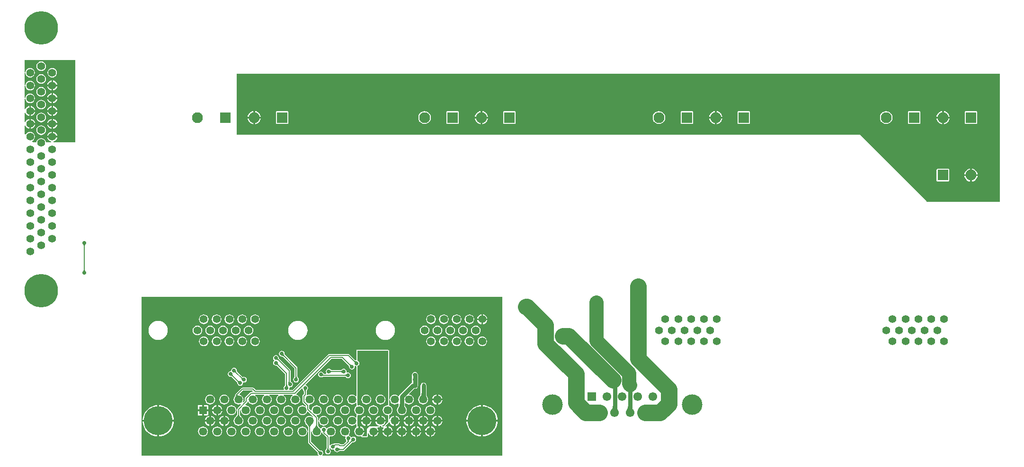
<source format=gbl>
G04 Layer_Physical_Order=2*
G04 Layer_Color=16750950*
%FSLAX25Y25*%
%MOIN*%
G70*
G01*
G75*
%ADD10C,0.00787*%
%ADD14C,0.11811*%
%ADD15C,0.09842*%
%ADD16C,0.02953*%
%ADD17C,0.05512*%
%ADD18C,0.07677*%
%ADD19R,0.07677X0.07677*%
%ADD20C,0.05748*%
%ADD21R,0.05748X0.05748*%
%ADD22C,0.20472*%
%ADD23C,0.23622*%
%ADD24C,0.14469*%
%ADD25C,0.06102*%
%ADD26R,0.06102X0.06102*%
%ADD27C,0.02756*%
%ADD28C,0.02953*%
G04:AMPARAMS|DCode=29|XSize=30mil|YSize=22mil|CornerRadius=5.5mil|HoleSize=0mil|Usage=FLASHONLY|Rotation=90.000|XOffset=0mil|YOffset=0mil|HoleType=Round|Shape=RoundedRectangle|*
%AMROUNDEDRECTD29*
21,1,0.03000,0.01100,0,0,90.0*
21,1,0.01900,0.02200,0,0,90.0*
1,1,0.01100,0.00550,0.00950*
1,1,0.01100,0.00550,-0.00950*
1,1,0.01100,-0.00550,-0.00950*
1,1,0.01100,-0.00550,0.00950*
%
%ADD29ROUNDEDRECTD29*%
%ADD30C,0.03150*%
G36*
X56696Y-23103D02*
X56707Y-23252D01*
X56727Y-23393D01*
X56756Y-23527D01*
X56794Y-23653D01*
X56840Y-23772D01*
X56895Y-23883D01*
X56958Y-23987D01*
X57031Y-24084D01*
X57112Y-24173D01*
X56555Y-24730D01*
X56466Y-24649D01*
X56369Y-24577D01*
X56265Y-24513D01*
X56154Y-24458D01*
X56035Y-24412D01*
X55909Y-24374D01*
X55775Y-24345D01*
X55634Y-24325D01*
X55485Y-24314D01*
X55329Y-24311D01*
X56693Y-22947D01*
X56696Y-23103D01*
D02*
G37*
G36*
X110857Y-21513D02*
X110953Y-21585D01*
X111057Y-21649D01*
X111169Y-21703D01*
X111288Y-21750D01*
X111414Y-21787D01*
X111548Y-21816D01*
X111689Y-21836D01*
X111838Y-21848D01*
X111994Y-21850D01*
X110630Y-23215D01*
X110627Y-23058D01*
X110616Y-22910D01*
X110596Y-22769D01*
X110567Y-22635D01*
X110529Y-22508D01*
X110483Y-22389D01*
X110428Y-22278D01*
X110364Y-22174D01*
X110292Y-22077D01*
X110211Y-21988D01*
X110768Y-21432D01*
X110857Y-21513D01*
D02*
G37*
G36*
X56708Y-19455D02*
X56778Y-19751D01*
X56822Y-19887D01*
X56871Y-20014D01*
X56927Y-20133D01*
X56988Y-20243D01*
X57054Y-20345D01*
X57126Y-20439D01*
X57205Y-20524D01*
X56737Y-21170D01*
X56645Y-21087D01*
X56547Y-21015D01*
X56443Y-20955D01*
X56332Y-20906D01*
X56216Y-20868D01*
X56093Y-20841D01*
X55964Y-20826D01*
X55829Y-20822D01*
X55688Y-20830D01*
X55540Y-20849D01*
X56682Y-19294D01*
X56708Y-19455D01*
D02*
G37*
G36*
X107609Y-23973D02*
X107705Y-24046D01*
X107809Y-24109D01*
X107921Y-24164D01*
X108040Y-24210D01*
X108166Y-24248D01*
X108300Y-24277D01*
X108441Y-24297D01*
X108590Y-24308D01*
X108746Y-24311D01*
X107382Y-25675D01*
X107379Y-25519D01*
X107368Y-25370D01*
X107348Y-25229D01*
X107319Y-25095D01*
X107281Y-24969D01*
X107235Y-24850D01*
X107180Y-24739D01*
X107116Y-24635D01*
X107044Y-24538D01*
X106963Y-24449D01*
X107520Y-23892D01*
X107609Y-23973D01*
D02*
G37*
G36*
X-79227Y42677D02*
X-79210Y42557D01*
X-79181Y42439D01*
X-79141Y42321D01*
X-79090Y42204D01*
X-79027Y42088D01*
X-78952Y41973D01*
X-78867Y41859D01*
X-78770Y41746D01*
X-78661Y41634D01*
X-80590D01*
X-80482Y41746D01*
X-80385Y41859D01*
X-80299Y41973D01*
X-80225Y42088D01*
X-80162Y42204D01*
X-80111Y42321D01*
X-80071Y42439D01*
X-80042Y42557D01*
X-80025Y42677D01*
X-80020Y42797D01*
X-79232D01*
X-79227Y42677D01*
D02*
G37*
G36*
X-78770Y60616D02*
X-78867Y60503D01*
X-78952Y60389D01*
X-79027Y60274D01*
X-79090Y60158D01*
X-79141Y60041D01*
X-79181Y59923D01*
X-79210Y59805D01*
X-79227Y59686D01*
X-79232Y59565D01*
X-80020D01*
X-80025Y59686D01*
X-80042Y59805D01*
X-80071Y59923D01*
X-80111Y60041D01*
X-80162Y60158D01*
X-80225Y60274D01*
X-80299Y60389D01*
X-80385Y60503D01*
X-80482Y60616D01*
X-80590Y60729D01*
X-78661D01*
X-78770Y60616D01*
D02*
G37*
G36*
X564922Y158661D02*
Y90551D01*
X513779Y90551D01*
X466535Y137795D01*
X27559Y137795D01*
X27559Y181064D01*
X564922D01*
Y158661D01*
D02*
G37*
G36*
X84347Y-66921D02*
X84395Y-67127D01*
X84476Y-67346D01*
X84590Y-67579D01*
X84735Y-67824D01*
X84913Y-68082D01*
X85124Y-68354D01*
X85641Y-68936D01*
X85949Y-69247D01*
X81925D01*
X82233Y-68936D01*
X82750Y-68354D01*
X82961Y-68082D01*
X83139Y-67824D01*
X83284Y-67579D01*
X83398Y-67346D01*
X83479Y-67127D01*
X83527Y-66921D01*
X83543Y-66728D01*
X84331D01*
X84347Y-66921D01*
D02*
G37*
G36*
X80641Y-66162D02*
X80124Y-66745D01*
X79913Y-67016D01*
X79735Y-67274D01*
X79590Y-67520D01*
X79476Y-67752D01*
X79395Y-67971D01*
X79347Y-68177D01*
X79331Y-68370D01*
X78543D01*
X78527Y-68177D01*
X78479Y-67971D01*
X78398Y-67752D01*
X78284Y-67520D01*
X78139Y-67274D01*
X77961Y-67016D01*
X77750Y-66745D01*
X77233Y-66162D01*
X76925Y-65852D01*
X80949D01*
X80641Y-66162D01*
D02*
G37*
G36*
X133874Y-14276D02*
X134252Y-14433D01*
Y-52519D01*
X133937Y-52795D01*
X133030Y-52915D01*
X132185Y-53265D01*
X131459Y-53821D01*
X130903Y-54547D01*
X130552Y-55392D01*
X130433Y-56299D01*
X130552Y-57206D01*
X130903Y-58051D01*
X131459Y-58777D01*
X132185Y-59334D01*
X133030Y-59684D01*
X133937Y-59803D01*
X134252Y-60079D01*
Y-64665D01*
X131102Y-67815D01*
X130116D01*
X130017Y-67315D01*
X130783Y-66997D01*
X131548Y-66411D01*
X132135Y-65646D01*
X132504Y-64755D01*
X132552Y-64390D01*
X128937D01*
X125322D01*
X125370Y-64755D01*
X125739Y-65646D01*
X126326Y-66411D01*
X127091Y-66997D01*
X127857Y-67315D01*
X127758Y-67815D01*
X124087Y-67815D01*
X123937Y-67795D01*
X123787Y-67815D01*
X120866D01*
X119390Y-69291D01*
Y-74803D01*
X116206D01*
X116037Y-74303D01*
X116548Y-73911D01*
X117135Y-73146D01*
X117504Y-72255D01*
X117552Y-71890D01*
X113937D01*
Y-71299D01*
X113347D01*
Y-67684D01*
X113098Y-67717D01*
X112598Y-67420D01*
Y-59955D01*
X112886Y-59763D01*
X113098Y-59693D01*
X113937Y-59803D01*
X114844Y-59684D01*
X115689Y-59334D01*
X116415Y-58777D01*
X116972Y-58051D01*
X117322Y-57206D01*
X117441Y-56299D01*
X117322Y-55392D01*
X116972Y-54547D01*
X116415Y-53821D01*
X115689Y-53265D01*
X114844Y-52915D01*
X113937Y-52795D01*
X113098Y-52906D01*
X112886Y-52836D01*
X112598Y-52643D01*
Y-25128D01*
X112780Y-25091D01*
X113434Y-24654D01*
X113871Y-24000D01*
X114025Y-23228D01*
X113871Y-22457D01*
X113434Y-21802D01*
X112780Y-21365D01*
X112598Y-21329D01*
Y-14272D01*
X133752Y-14272D01*
X133874Y-14276D01*
D02*
G37*
G36*
X29347Y-59421D02*
X29395Y-59627D01*
X29476Y-59846D01*
X29590Y-60079D01*
X29735Y-60324D01*
X29913Y-60582D01*
X30124Y-60854D01*
X30641Y-61436D01*
X30949Y-61747D01*
X26925D01*
X27233Y-61436D01*
X27750Y-60854D01*
X27961Y-60582D01*
X28139Y-60324D01*
X28284Y-60079D01*
X28398Y-59846D01*
X28479Y-59627D01*
X28527Y-59421D01*
X28543Y-59228D01*
X29331D01*
X29347Y-59421D01*
D02*
G37*
G36*
X89941Y-71038D02*
X89844Y-71151D01*
X89758Y-71265D01*
X89684Y-71380D01*
X89622Y-71496D01*
X89570Y-71613D01*
X89530Y-71730D01*
X89502Y-71849D01*
X89485Y-71968D01*
X89479Y-72088D01*
X88691D01*
X88686Y-71968D01*
X88669Y-71849D01*
X88640Y-71730D01*
X88600Y-71613D01*
X88549Y-71496D01*
X88486Y-71380D01*
X88412Y-71265D01*
X88326Y-71151D01*
X88229Y-71038D01*
X88121Y-70925D01*
X90050D01*
X89941Y-71038D01*
D02*
G37*
G36*
X306139Y-53938D02*
X306184Y-54531D01*
X306224Y-54792D01*
X306274Y-55030D01*
X306336Y-55245D01*
X306409Y-55437D01*
X306493Y-55605D01*
X306588Y-55750D01*
X306695Y-55871D01*
X302423D01*
X302530Y-55750D01*
X302625Y-55605D01*
X302709Y-55437D01*
X302782Y-55245D01*
X302844Y-55030D01*
X302894Y-54792D01*
X302934Y-54531D01*
X302979Y-53938D01*
X302984Y-53606D01*
X306134D01*
X306139Y-53938D01*
D02*
G37*
G36*
X295508Y-53719D02*
X295513Y-54052D01*
X295554Y-54646D01*
X295589Y-54909D01*
X295635Y-55148D01*
X295691Y-55365D01*
X295757Y-55557D01*
X295833Y-55727D01*
X295919Y-55874D01*
X296016Y-55997D01*
X291751Y-55753D01*
X291866Y-55635D01*
X291970Y-55493D01*
X292061Y-55328D01*
X292140Y-55139D01*
X292206Y-54927D01*
X292261Y-54690D01*
X292304Y-54431D01*
X292334Y-54147D01*
X292358Y-53509D01*
X295508Y-53719D01*
D02*
G37*
G36*
X38916Y-42830D02*
X38706Y-43305D01*
X37948D01*
X37560Y-43383D01*
X37231Y-43602D01*
X33634Y-47200D01*
X33414Y-47528D01*
X33337Y-47916D01*
Y-49777D01*
X32477Y-50637D01*
X32053Y-50354D01*
X32322Y-49706D01*
X32441Y-48799D01*
X32322Y-47892D01*
X31972Y-47047D01*
X31415Y-46321D01*
X30689Y-45765D01*
X29844Y-45415D01*
X29776Y-45406D01*
X29616Y-44932D01*
X31999Y-42549D01*
X38690D01*
X38916Y-42830D01*
D02*
G37*
G36*
X99420Y-83109D02*
X99533Y-83206D01*
X99647Y-83292D01*
X99762Y-83366D01*
X99878Y-83429D01*
X99995Y-83480D01*
X100112Y-83520D01*
X100231Y-83548D01*
X100350Y-83566D01*
X100471Y-83571D01*
Y-84359D01*
X100350Y-84364D01*
X100231Y-84382D01*
X100112Y-84410D01*
X99995Y-84450D01*
X99878Y-84501D01*
X99762Y-84564D01*
X99647Y-84638D01*
X99533Y-84724D01*
X99420Y-84821D01*
X99308Y-84930D01*
Y-83000D01*
X99420Y-83109D01*
D02*
G37*
G36*
X107007Y-77216D02*
X106919Y-77313D01*
X106842Y-77414D01*
X106774Y-77520D01*
X106718Y-77629D01*
X106671Y-77742D01*
X106635Y-77859D01*
X106609Y-77981D01*
X106594Y-78106D01*
X106589Y-78236D01*
X105801D01*
X105796Y-78106D01*
X105781Y-77981D01*
X105755Y-77859D01*
X105719Y-77742D01*
X105672Y-77629D01*
X105615Y-77520D01*
X105548Y-77414D01*
X105471Y-77313D01*
X105383Y-77216D01*
X105285Y-77123D01*
X107105D01*
X107007Y-77216D01*
D02*
G37*
G36*
X64967Y-36149D02*
X64986Y-36268D01*
X65018Y-36377D01*
X65063Y-36476D01*
X65120Y-36565D01*
X65190Y-36644D01*
X65273Y-36712D01*
X65369Y-36770D01*
X65478Y-36818D01*
X65599Y-36855D01*
X63949Y-37764D01*
X63992Y-37627D01*
X64117Y-37108D01*
X64137Y-36984D01*
X64171Y-36629D01*
X64173Y-36516D01*
X64961Y-36019D01*
X64967Y-36149D01*
D02*
G37*
G36*
X63204Y-38533D02*
X63221Y-38652D01*
X63250Y-38770D01*
X63290Y-38888D01*
X63341Y-39005D01*
X63404Y-39121D01*
X63478Y-39236D01*
X63564Y-39350D01*
X63661Y-39463D01*
X63769Y-39575D01*
X61840D01*
X61949Y-39463D01*
X62046Y-39350D01*
X62131Y-39236D01*
X62205Y-39121D01*
X62268Y-39005D01*
X62320Y-38888D01*
X62360Y-38770D01*
X62388Y-38652D01*
X62405Y-38533D01*
X62411Y-38412D01*
X63198D01*
X63204Y-38533D01*
D02*
G37*
G36*
X97043Y-80942D02*
X96959Y-81034D01*
X96883Y-81132D01*
X96816Y-81235D01*
X96758Y-81345D01*
X96708Y-81461D01*
X96667Y-81583D01*
X96635Y-81711D01*
X96612Y-81844D01*
X96598Y-81984D01*
X96592Y-82130D01*
X95338Y-80746D01*
X95480Y-80754D01*
X95616Y-80751D01*
X95747Y-80738D01*
X95873Y-80715D01*
X95993Y-80681D01*
X96108Y-80637D01*
X96218Y-80582D01*
X96322Y-80518D01*
X96421Y-80442D01*
X96515Y-80357D01*
X97043Y-80942D01*
D02*
G37*
G36*
X109799Y-78292D02*
X109643Y-78294D01*
X109494Y-78306D01*
X109353Y-78326D01*
X109219Y-78355D01*
X109093Y-78392D01*
X108974Y-78439D01*
X108862Y-78494D01*
X108758Y-78557D01*
X108662Y-78630D01*
X108573Y-78711D01*
X108016Y-78154D01*
X108097Y-78065D01*
X108169Y-77968D01*
X108233Y-77864D01*
X108288Y-77753D01*
X108334Y-77634D01*
X108372Y-77508D01*
X108401Y-77374D01*
X108421Y-77232D01*
X108432Y-77084D01*
X108435Y-76928D01*
X109799Y-78292D01*
D02*
G37*
G36*
X-85827Y132677D02*
X-101282D01*
X-101315Y133177D01*
X-101280Y133182D01*
X-100418Y133539D01*
X-99678Y134107D01*
X-99110Y134847D01*
X-98753Y135709D01*
X-98709Y136043D01*
X-102205D01*
X-105701D01*
X-105657Y135709D01*
X-105300Y134847D01*
X-104732Y134107D01*
X-103992Y133539D01*
X-103130Y133182D01*
X-103095Y133177D01*
X-103128Y132677D01*
X-106688D01*
X-106730Y133002D01*
X-107069Y133818D01*
X-107606Y134519D01*
X-108308Y135057D01*
X-109124Y135396D01*
X-110000Y135511D01*
X-110876Y135396D01*
X-111692Y135057D01*
X-112393Y134519D01*
X-112931Y133818D01*
X-113269Y133002D01*
X-113312Y132677D01*
X-115748D01*
X-116259Y133188D01*
X-116172Y133624D01*
X-116082Y133718D01*
X-115402Y134240D01*
X-114864Y134941D01*
X-114526Y135758D01*
X-114410Y136634D01*
X-114526Y137510D01*
X-114864Y138326D01*
X-115402Y139027D01*
X-116103Y139565D01*
X-116919Y139903D01*
X-117795Y140019D01*
X-118671Y139903D01*
X-119488Y139565D01*
X-120189Y139027D01*
X-120711Y138347D01*
X-120805Y138257D01*
X-121241Y138170D01*
X-121653Y138583D01*
Y144399D01*
X-121153Y144498D01*
X-120890Y143863D01*
X-120322Y143122D01*
X-119582Y142554D01*
X-118720Y142198D01*
X-118386Y142154D01*
Y145650D01*
Y149146D01*
X-118720Y149102D01*
X-119582Y148745D01*
X-120322Y148177D01*
X-120890Y147436D01*
X-121153Y146801D01*
X-121653Y146901D01*
Y153414D01*
X-121153Y153514D01*
X-120890Y152878D01*
X-120322Y152138D01*
X-119582Y151570D01*
X-118720Y151213D01*
X-118386Y151169D01*
Y154665D01*
Y158161D01*
X-118720Y158117D01*
X-119582Y157760D01*
X-120322Y157193D01*
X-120890Y156452D01*
X-121153Y155817D01*
X-121653Y155916D01*
Y163446D01*
X-121154Y163479D01*
X-121143Y163399D01*
X-121065Y162805D01*
X-120727Y161989D01*
X-120189Y161288D01*
X-119488Y160750D01*
X-118671Y160412D01*
X-117795Y160296D01*
X-116919Y160412D01*
X-116103Y160750D01*
X-115402Y161288D01*
X-114864Y161989D01*
X-114526Y162805D01*
X-114410Y163681D01*
X-114526Y164557D01*
X-114864Y165374D01*
X-115402Y166075D01*
X-116103Y166613D01*
X-116919Y166951D01*
X-117795Y167066D01*
X-118671Y166951D01*
X-119488Y166613D01*
X-120189Y166075D01*
X-120727Y165374D01*
X-121065Y164557D01*
X-121143Y163963D01*
X-121154Y163883D01*
X-121653Y163916D01*
Y172462D01*
X-121154Y172495D01*
X-121143Y172415D01*
X-121065Y171821D01*
X-120727Y171004D01*
X-120189Y170303D01*
X-119488Y169765D01*
X-118671Y169427D01*
X-117795Y169312D01*
X-116919Y169427D01*
X-116103Y169765D01*
X-115402Y170303D01*
X-114864Y171004D01*
X-114526Y171821D01*
X-114410Y172697D01*
X-114526Y173573D01*
X-114864Y174389D01*
X-115402Y175090D01*
X-116103Y175628D01*
X-116919Y175966D01*
X-117795Y176082D01*
X-118671Y175966D01*
X-119488Y175628D01*
X-120189Y175090D01*
X-120727Y174389D01*
X-121065Y173573D01*
X-121143Y172979D01*
X-121154Y172899D01*
X-121653Y172932D01*
Y181478D01*
X-121154Y181510D01*
X-121143Y181430D01*
X-121065Y180836D01*
X-120727Y180020D01*
X-120189Y179319D01*
X-119488Y178781D01*
X-118671Y178443D01*
X-117795Y178328D01*
X-116919Y178443D01*
X-116103Y178781D01*
X-115402Y179319D01*
X-114864Y180020D01*
X-114526Y180836D01*
X-114410Y181713D01*
X-114526Y182589D01*
X-114864Y183405D01*
X-115402Y184106D01*
X-116103Y184644D01*
X-116919Y184982D01*
X-117795Y185098D01*
X-118671Y184982D01*
X-119488Y184644D01*
X-120189Y184106D01*
X-120727Y183405D01*
X-121065Y182589D01*
X-121143Y181995D01*
X-121154Y181915D01*
X-121653Y181947D01*
Y190551D01*
X-85827D01*
Y132677D01*
D02*
G37*
G36*
X92270Y-83456D02*
X92287Y-83575D01*
X92316Y-83694D01*
X92356Y-83811D01*
X92407Y-83928D01*
X92470Y-84044D01*
X92544Y-84159D01*
X92629Y-84273D01*
X92726Y-84386D01*
X92835Y-84499D01*
X90906D01*
X91014Y-84386D01*
X91111Y-84273D01*
X91197Y-84159D01*
X91271Y-84044D01*
X91334Y-83928D01*
X91385Y-83811D01*
X91425Y-83694D01*
X91454Y-83575D01*
X91471Y-83456D01*
X91477Y-83335D01*
X92264D01*
X92270Y-83456D01*
D02*
G37*
G36*
X85463Y-84898D02*
X85560Y-84971D01*
X85664Y-85034D01*
X85775Y-85089D01*
X85894Y-85135D01*
X86020Y-85173D01*
X86154Y-85202D01*
X86295Y-85222D01*
X86444Y-85233D01*
X86600Y-85236D01*
X85236Y-86600D01*
X85233Y-86444D01*
X85222Y-86295D01*
X85202Y-86154D01*
X85173Y-86020D01*
X85135Y-85894D01*
X85089Y-85775D01*
X85034Y-85664D01*
X84971Y-85560D01*
X84898Y-85463D01*
X84817Y-85374D01*
X85374Y-84817D01*
X85463Y-84898D01*
D02*
G37*
G36*
X27902Y-45452D02*
X28129Y-45648D01*
X28234Y-45727D01*
X28335Y-45793D01*
X28430Y-45846D01*
X28519Y-45886D01*
X28604Y-45914D01*
X28684Y-45929D01*
X28758Y-45931D01*
X27274Y-46455D01*
X27328Y-46411D01*
X27368Y-46364D01*
X27396Y-46315D01*
X27410Y-46262D01*
X27412Y-46207D01*
X27400Y-46150D01*
X27376Y-46089D01*
X27338Y-46026D01*
X27288Y-45960D01*
X27224Y-45891D01*
X27781Y-45334D01*
X27902Y-45452D01*
D02*
G37*
G36*
X214567Y-88544D02*
X88186D01*
X88034Y-88044D01*
X88040Y-88040D01*
X88477Y-87386D01*
X88631Y-86614D01*
X88477Y-85842D01*
X88040Y-85188D01*
X87386Y-84751D01*
X86654Y-84605D01*
X86612Y-84587D01*
X86475Y-84584D01*
X86366Y-84576D01*
X86269Y-84562D01*
X86181Y-84543D01*
X86105Y-84520D01*
X86037Y-84494D01*
X85977Y-84465D01*
X85925Y-84433D01*
X85877Y-84397D01*
X85811Y-84337D01*
X85746Y-84313D01*
X79950Y-78517D01*
Y-71462D01*
X80450Y-71430D01*
X80552Y-72206D01*
X80902Y-73051D01*
X81459Y-73777D01*
X82185Y-74334D01*
X83030Y-74684D01*
X83937Y-74803D01*
X84844Y-74684D01*
X85689Y-74334D01*
X86415Y-73777D01*
X86972Y-73051D01*
X87322Y-72206D01*
X87333Y-72123D01*
X87542Y-71948D01*
X87854Y-71873D01*
X88007Y-72004D01*
X88039Y-72043D01*
X88043Y-72119D01*
X88072Y-72181D01*
Y-72338D01*
X88149Y-72726D01*
X88369Y-73055D01*
X90857Y-75543D01*
Y-83242D01*
X90828Y-83305D01*
X90824Y-83394D01*
X90815Y-83453D01*
X90801Y-83513D01*
X90780Y-83576D01*
X90750Y-83642D01*
X90712Y-83713D01*
X90664Y-83788D01*
X90605Y-83866D01*
X90534Y-83949D01*
X90439Y-84048D01*
X90422Y-84091D01*
X90007Y-84711D01*
X89854Y-85483D01*
X90007Y-86254D01*
X90444Y-86909D01*
X91099Y-87346D01*
X91870Y-87499D01*
X92642Y-87346D01*
X93296Y-86909D01*
X93734Y-86254D01*
X93887Y-85483D01*
X93734Y-84711D01*
X93319Y-84091D01*
X93302Y-84048D01*
X93207Y-83949D01*
X93136Y-83866D01*
X93077Y-83787D01*
X93029Y-83713D01*
X92991Y-83642D01*
X92961Y-83576D01*
X92940Y-83513D01*
X92926Y-83453D01*
X92917Y-83394D01*
X92913Y-83305D01*
X92975Y-83227D01*
X93527Y-83154D01*
X93788Y-83545D01*
X94443Y-83982D01*
X95214Y-84135D01*
X95845Y-84010D01*
X96001Y-83995D01*
X96378Y-84321D01*
X96460Y-84737D01*
X96898Y-85391D01*
X97552Y-85828D01*
X98324Y-85982D01*
X99095Y-85828D01*
X99715Y-85414D01*
X99759Y-85397D01*
X99857Y-85302D01*
X99940Y-85231D01*
X100019Y-85172D01*
X100093Y-85123D01*
X100164Y-85085D01*
X100231Y-85056D01*
X100293Y-85035D01*
X100353Y-85020D01*
X100412Y-85012D01*
X100502Y-85007D01*
X100564Y-84978D01*
X102762D01*
X103149Y-84901D01*
X103478Y-84681D01*
X108945Y-79214D01*
X109010Y-79191D01*
X109076Y-79131D01*
X109124Y-79095D01*
X109176Y-79063D01*
X109236Y-79034D01*
X109303Y-79008D01*
X109380Y-78985D01*
X109467Y-78966D01*
X109565Y-78952D01*
X109674Y-78944D01*
X109810Y-78941D01*
X109853Y-78923D01*
X110585Y-78777D01*
X111239Y-78340D01*
X111676Y-77686D01*
X111829Y-76914D01*
X111676Y-76142D01*
X111239Y-75488D01*
X110585Y-75051D01*
X109813Y-74897D01*
X109041Y-75051D01*
X108577Y-75361D01*
X108156Y-75325D01*
X107982Y-75203D01*
X107621Y-74663D01*
X106967Y-74226D01*
X106716Y-74176D01*
X106643Y-74079D01*
X106528Y-73629D01*
X106972Y-73051D01*
X107322Y-72206D01*
X107441Y-71299D01*
X107322Y-70392D01*
X106972Y-69547D01*
X106415Y-68822D01*
X105689Y-68265D01*
X104844Y-67915D01*
X103937Y-67795D01*
X103030Y-67915D01*
X102185Y-68265D01*
X101459Y-68822D01*
X100902Y-69547D01*
X100552Y-70392D01*
X100433Y-71299D01*
X100552Y-72206D01*
X100902Y-73051D01*
X101459Y-73777D01*
X102185Y-74334D01*
X103030Y-74684D01*
X103937Y-74803D01*
X104146Y-74776D01*
X104410Y-75200D01*
X104332Y-75317D01*
X104178Y-76089D01*
X104332Y-76860D01*
X104769Y-77515D01*
X104808Y-77541D01*
X104826Y-77583D01*
X104840Y-77633D01*
X104864Y-78145D01*
X102538Y-80471D01*
X100870D01*
X100310Y-79911D01*
X99982Y-79691D01*
X99594Y-79614D01*
X96801D01*
X96413Y-79691D01*
X96206Y-79830D01*
X96080Y-79874D01*
X96079Y-79877D01*
X96076Y-79878D01*
X96004Y-79943D01*
X95953Y-79982D01*
X95901Y-80015D01*
X95847Y-80042D01*
X95789Y-80064D01*
X95726Y-80082D01*
X95656Y-80095D01*
X95578Y-80102D01*
X95491Y-80104D01*
X95373Y-80098D01*
X95371Y-80098D01*
X95369Y-80098D01*
X95306Y-80120D01*
X95214Y-80102D01*
X94443Y-80255D01*
X93788Y-80692D01*
X93648Y-80903D01*
X92968Y-81020D01*
X92884Y-80957D01*
Y-75124D01*
X93313Y-74721D01*
X93937Y-74803D01*
X94844Y-74684D01*
X95689Y-74334D01*
X96415Y-73777D01*
X96972Y-73051D01*
X97322Y-72206D01*
X97441Y-71299D01*
X97322Y-70392D01*
X96972Y-69547D01*
X96415Y-68822D01*
X95689Y-68265D01*
X94844Y-67915D01*
X93937Y-67795D01*
X93030Y-67915D01*
X92185Y-68265D01*
X91459Y-68822D01*
X91373Y-68935D01*
X90768Y-68901D01*
X90511Y-68515D01*
X89857Y-68078D01*
X89085Y-67924D01*
X88313Y-68078D01*
X87659Y-68515D01*
X87264Y-69107D01*
X86953Y-69186D01*
X86706Y-69201D01*
X86433Y-68845D01*
X86410Y-68790D01*
X86115Y-68492D01*
X85624Y-67939D01*
X85438Y-67699D01*
X85282Y-67474D01*
X85162Y-67270D01*
X85074Y-67091D01*
X85018Y-66940D01*
X84990Y-66819D01*
X84978Y-66674D01*
X84950Y-66620D01*
Y-63962D01*
X85450Y-63930D01*
X85479Y-64147D01*
X85552Y-64706D01*
X85903Y-65551D01*
X86459Y-66277D01*
X87185Y-66834D01*
X88030Y-67184D01*
X88937Y-67303D01*
X89844Y-67184D01*
X90689Y-66834D01*
X91415Y-66277D01*
X91972Y-65551D01*
X92322Y-64706D01*
X92441Y-63799D01*
X92322Y-62892D01*
X91972Y-62047D01*
X91415Y-61322D01*
X90689Y-60765D01*
X89844Y-60415D01*
X88937Y-60295D01*
X88030Y-60415D01*
X87185Y-60765D01*
X86459Y-61322D01*
X85903Y-62047D01*
X85552Y-62892D01*
X85479Y-63451D01*
X85450Y-63669D01*
X84950Y-63636D01*
Y-61769D01*
X84873Y-61381D01*
X84653Y-61053D01*
X83862Y-60261D01*
X84091Y-59783D01*
X84844Y-59684D01*
X85689Y-59334D01*
X86415Y-58777D01*
X86972Y-58051D01*
X87322Y-57206D01*
X87441Y-56299D01*
X87322Y-55392D01*
X86972Y-54547D01*
X86415Y-53821D01*
X85689Y-53265D01*
X84844Y-52915D01*
X83937Y-52795D01*
X83030Y-52915D01*
X82185Y-53265D01*
X81459Y-53821D01*
X80902Y-54547D01*
X80552Y-55392D01*
X80453Y-56145D01*
X79975Y-56374D01*
X78818Y-55217D01*
Y-53137D01*
X78747Y-52783D01*
X78746Y-52737D01*
X78795Y-52626D01*
X79036Y-52290D01*
X79844Y-52184D01*
X80689Y-51834D01*
X81415Y-51277D01*
X81972Y-50551D01*
X82322Y-49706D01*
X82441Y-48799D01*
X82322Y-47892D01*
X81972Y-47047D01*
X81415Y-46321D01*
X80689Y-45765D01*
X79844Y-45415D01*
X78937Y-45295D01*
X78030Y-45415D01*
X77357Y-45693D01*
X77017Y-45500D01*
X76963Y-45453D01*
X76899Y-45363D01*
Y-42988D01*
X76928Y-42926D01*
X76933Y-42837D01*
X76941Y-42778D01*
X76955Y-42718D01*
X76977Y-42655D01*
X77006Y-42589D01*
X77044Y-42518D01*
X77092Y-42443D01*
X77152Y-42364D01*
X77223Y-42282D01*
X77318Y-42183D01*
X77335Y-42140D01*
X77749Y-41520D01*
X77903Y-40748D01*
X77749Y-39976D01*
X77312Y-39322D01*
X76658Y-38885D01*
X76315Y-38817D01*
X76151Y-38274D01*
X94416Y-20009D01*
X101647D01*
X106459Y-24821D01*
X106483Y-24886D01*
X106543Y-24952D01*
X106578Y-25000D01*
X106611Y-25052D01*
X106640Y-25112D01*
X106666Y-25179D01*
X106689Y-25256D01*
X106708Y-25344D01*
X106722Y-25441D01*
X106730Y-25550D01*
X106733Y-25687D01*
X106751Y-25729D01*
X106897Y-26461D01*
X107334Y-27115D01*
X107988Y-27552D01*
X108760Y-27706D01*
X109532Y-27552D01*
X110186Y-27115D01*
X110623Y-26461D01*
X110776Y-25689D01*
X110707Y-25339D01*
X111157Y-25039D01*
X111236Y-25091D01*
X111949Y-25233D01*
Y-46240D01*
X111476Y-46401D01*
X111415Y-46321D01*
X110689Y-45765D01*
X109844Y-45415D01*
X108937Y-45295D01*
X108030Y-45415D01*
X107185Y-45765D01*
X106459Y-46321D01*
X105903Y-47047D01*
X105552Y-47892D01*
X105433Y-48799D01*
X105552Y-49706D01*
X105903Y-50551D01*
X106459Y-51277D01*
X107185Y-51834D01*
X108030Y-52184D01*
X108937Y-52303D01*
X109844Y-52184D01*
X110689Y-51834D01*
X111415Y-51277D01*
X111476Y-51198D01*
X111949Y-51358D01*
Y-52643D01*
X111974Y-52705D01*
X111961Y-52770D01*
X111987Y-52809D01*
X112125Y-53125D01*
X111881Y-53498D01*
X111459Y-53821D01*
X110903Y-54547D01*
X110552Y-55392D01*
X110433Y-56299D01*
X110552Y-57206D01*
X110903Y-58051D01*
X111459Y-58777D01*
X111881Y-59101D01*
X112125Y-59473D01*
X111987Y-59789D01*
X111961Y-59828D01*
X111974Y-59894D01*
X111949Y-59955D01*
Y-61240D01*
X111476Y-61401D01*
X111415Y-61322D01*
X110689Y-60765D01*
X109844Y-60415D01*
X108937Y-60295D01*
X108030Y-60415D01*
X107185Y-60765D01*
X106459Y-61322D01*
X105903Y-62047D01*
X105552Y-62892D01*
X105433Y-63799D01*
X105552Y-64706D01*
X105903Y-65551D01*
X106459Y-66277D01*
X107185Y-66834D01*
X108030Y-67184D01*
X108937Y-67303D01*
X109844Y-67184D01*
X110689Y-66834D01*
X111415Y-66277D01*
X111476Y-66198D01*
X111949Y-66358D01*
Y-67420D01*
X111981Y-67497D01*
X111969Y-67580D01*
X112073Y-67719D01*
X112091Y-67762D01*
X112126Y-67948D01*
X112053Y-68326D01*
X112007Y-68401D01*
X111459Y-68822D01*
X110903Y-69547D01*
X110552Y-70392D01*
X110433Y-71299D01*
X110552Y-72206D01*
X110903Y-73051D01*
X111459Y-73777D01*
X112185Y-74334D01*
X113030Y-74684D01*
X113937Y-74803D01*
X114844Y-74684D01*
X114950Y-74640D01*
X115563Y-74927D01*
X115592Y-75012D01*
X115690Y-75124D01*
X115747Y-75262D01*
X115848Y-75304D01*
X115919Y-75386D01*
X116068Y-75395D01*
X116206Y-75453D01*
X119390D01*
X119849Y-75262D01*
X120039Y-74803D01*
Y-72763D01*
X120539Y-72664D01*
X120739Y-73146D01*
X121326Y-73911D01*
X122090Y-74497D01*
X122981Y-74866D01*
X123346Y-74914D01*
Y-71299D01*
X123937D01*
Y-70709D01*
X127552D01*
X127504Y-70343D01*
X127135Y-69453D01*
X126761Y-68964D01*
X127007Y-68464D01*
X127758D01*
X127933Y-68392D01*
X128118Y-68355D01*
X128155Y-68300D01*
X128217Y-68274D01*
X128289Y-68099D01*
X128395Y-67942D01*
X128489Y-67467D01*
X128937Y-67311D01*
X129385Y-67467D01*
X129479Y-67942D01*
X129585Y-68099D01*
X129657Y-68274D01*
X129719Y-68300D01*
X129756Y-68355D01*
X129941Y-68392D01*
X130116Y-68464D01*
X130867D01*
X131119Y-68958D01*
X130739Y-69453D01*
X130370Y-70343D01*
X130322Y-70709D01*
X133346D01*
Y-67684D01*
X132981Y-67732D01*
X132690Y-67852D01*
X132407Y-67429D01*
X134711Y-65125D01*
X134865Y-64753D01*
X135219Y-64719D01*
X135369Y-64745D01*
X135370Y-64755D01*
X135739Y-65646D01*
X136326Y-66411D01*
X137091Y-66997D01*
X137981Y-67366D01*
X138347Y-67414D01*
Y-63799D01*
Y-60184D01*
X137981Y-60232D01*
X137091Y-60601D01*
X136326Y-61188D01*
X135739Y-61953D01*
X135370Y-62843D01*
X134901Y-62731D01*
Y-60079D01*
X134934Y-59976D01*
X135163Y-59568D01*
X135215Y-59530D01*
X135689Y-59334D01*
X136415Y-58777D01*
X136972Y-58051D01*
X137322Y-57206D01*
X137441Y-56299D01*
X137322Y-55392D01*
X136972Y-54547D01*
X136415Y-53821D01*
X135689Y-53265D01*
X135215Y-53068D01*
X135163Y-53030D01*
X134934Y-52623D01*
X134901Y-52519D01*
Y-14433D01*
X134852Y-14313D01*
Y-14184D01*
X134761Y-14093D01*
X134711Y-13974D01*
X134592Y-13924D01*
X134501Y-13833D01*
X134123Y-13676D01*
X134005D01*
X133899Y-13627D01*
X133777Y-13623D01*
X133764Y-13627D01*
X133752Y-13622D01*
X112598Y-13622D01*
X112139Y-13812D01*
X111949Y-14272D01*
Y-20721D01*
X111907Y-20826D01*
X111856Y-20899D01*
X111786Y-20963D01*
X111671Y-21032D01*
X111449Y-21116D01*
X111431Y-21109D01*
X111371Y-21079D01*
X111319Y-21047D01*
X111271Y-21011D01*
X111205Y-20951D01*
X111140Y-20928D01*
X107105Y-16892D01*
X106776Y-16673D01*
X106388Y-16596D01*
X92726D01*
X92338Y-16673D01*
X92010Y-16892D01*
X66984Y-41918D01*
X64806D01*
X64570Y-41477D01*
X64668Y-41331D01*
X64808Y-40628D01*
X64906Y-40456D01*
X65172Y-40190D01*
X65259Y-40207D01*
X66031Y-40054D01*
X66685Y-39617D01*
X67122Y-38963D01*
X67276Y-38191D01*
X67122Y-37419D01*
X66685Y-36765D01*
X66031Y-36328D01*
X65862Y-36294D01*
X65791Y-36235D01*
X65706Y-36209D01*
X65670Y-36193D01*
X65650Y-36181D01*
X65641Y-36174D01*
X65638Y-36170D01*
X65635Y-36165D01*
X65629Y-36152D01*
X65621Y-36125D01*
X65614Y-36081D01*
X65609Y-35987D01*
X65580Y-35925D01*
Y-28443D01*
X65503Y-28055D01*
X65283Y-27727D01*
X57707Y-20150D01*
X57683Y-20085D01*
X57624Y-20020D01*
X57584Y-19968D01*
X57544Y-19908D01*
X57506Y-19839D01*
X57469Y-19760D01*
X57434Y-19670D01*
X57404Y-19577D01*
X57345Y-19327D01*
X57323Y-19188D01*
X57252Y-19075D01*
X57181Y-18717D01*
X56744Y-18063D01*
X56089Y-17626D01*
X55318Y-17472D01*
X54546Y-17626D01*
X53892Y-18063D01*
X53455Y-18717D01*
X53301Y-19489D01*
X53455Y-20261D01*
X53886Y-20907D01*
X53959Y-21027D01*
Y-21460D01*
X53889Y-21507D01*
X53452Y-22161D01*
X53298Y-22933D01*
X53452Y-23705D01*
X53889Y-24359D01*
X54543Y-24796D01*
X55275Y-24942D01*
X55317Y-24960D01*
X55454Y-24963D01*
X55563Y-24971D01*
X55660Y-24985D01*
X55747Y-25004D01*
X55825Y-25027D01*
X55892Y-25053D01*
X55952Y-25082D01*
X56004Y-25115D01*
X56052Y-25150D01*
X56118Y-25210D01*
X56183Y-25234D01*
X61792Y-30843D01*
Y-38319D01*
X61762Y-38381D01*
X61758Y-38471D01*
X61750Y-38530D01*
X61735Y-38590D01*
X61714Y-38653D01*
X61685Y-38719D01*
X61646Y-38789D01*
X61598Y-38864D01*
X61539Y-38943D01*
X61468Y-39026D01*
X61373Y-39124D01*
X61356Y-39168D01*
X60941Y-39788D01*
X60788Y-40560D01*
X60941Y-41331D01*
X61039Y-41477D01*
X60803Y-41918D01*
X40989D01*
X39890Y-40819D01*
X39561Y-40599D01*
X39173Y-40522D01*
X31580D01*
X31192Y-40599D01*
X30863Y-40819D01*
X26786Y-44896D01*
X26566Y-45225D01*
X26489Y-45613D01*
X26566Y-46000D01*
X26672Y-46158D01*
X26459Y-46321D01*
X25903Y-47047D01*
X25552Y-47892D01*
X25433Y-48799D01*
X25552Y-49706D01*
X25903Y-50551D01*
X26459Y-51277D01*
X27185Y-51834D01*
X28030Y-52184D01*
X28937Y-52303D01*
X29844Y-52184D01*
X30492Y-51915D01*
X30775Y-52339D01*
X28221Y-54894D01*
X28001Y-55222D01*
X27924Y-55610D01*
Y-56136D01*
X27424Y-56169D01*
X27395Y-55951D01*
X27322Y-55392D01*
X26972Y-54547D01*
X26415Y-53821D01*
X25689Y-53265D01*
X24844Y-52915D01*
X23937Y-52795D01*
X23030Y-52915D01*
X22185Y-53265D01*
X21459Y-53821D01*
X20902Y-54547D01*
X20552Y-55392D01*
X20433Y-56299D01*
X20552Y-57206D01*
X20902Y-58051D01*
X21459Y-58777D01*
X22185Y-59334D01*
X23030Y-59684D01*
X23937Y-59803D01*
X24844Y-59684D01*
X25689Y-59334D01*
X26415Y-58777D01*
X26972Y-58051D01*
X27322Y-57206D01*
X27395Y-56647D01*
X27424Y-56430D01*
X27924Y-56462D01*
Y-59120D01*
X27896Y-59174D01*
X27884Y-59319D01*
X27856Y-59439D01*
X27800Y-59591D01*
X27712Y-59770D01*
X27591Y-59974D01*
X27436Y-60199D01*
X27250Y-60439D01*
X26759Y-60992D01*
X26464Y-61290D01*
X26441Y-61345D01*
X25903Y-62047D01*
X25552Y-62892D01*
X25433Y-63799D01*
X25552Y-64706D01*
X25903Y-65551D01*
X26459Y-66277D01*
X27185Y-66834D01*
X28030Y-67184D01*
X28937Y-67303D01*
X29844Y-67184D01*
X30689Y-66834D01*
X31415Y-66277D01*
X31972Y-65551D01*
X32322Y-64706D01*
X32441Y-63799D01*
X32322Y-62892D01*
X31972Y-62047D01*
X31433Y-61345D01*
X31410Y-61290D01*
X31115Y-60992D01*
X30623Y-60439D01*
X30438Y-60199D01*
X30283Y-59974D01*
X30162Y-59770D01*
X30074Y-59591D01*
X30018Y-59439D01*
X29990Y-59319D01*
X29978Y-59174D01*
X29950Y-59120D01*
Y-56462D01*
X30450Y-56430D01*
X30552Y-57206D01*
X30902Y-58051D01*
X31459Y-58777D01*
X32185Y-59334D01*
X33030Y-59684D01*
X33937Y-59803D01*
X34844Y-59684D01*
X35689Y-59334D01*
X36415Y-58777D01*
X36972Y-58051D01*
X37322Y-57206D01*
X37441Y-56299D01*
X37322Y-55392D01*
X36972Y-54547D01*
X36415Y-53821D01*
X35689Y-53265D01*
X34844Y-52915D01*
X33937Y-52795D01*
X33842Y-52808D01*
X33621Y-52359D01*
X35067Y-50913D01*
X35286Y-50585D01*
X35315Y-50440D01*
X35835Y-50389D01*
X35903Y-50551D01*
X36459Y-51277D01*
X37185Y-51834D01*
X38030Y-52184D01*
X38937Y-52303D01*
X39844Y-52184D01*
X40689Y-51834D01*
X41415Y-51277D01*
X41972Y-50551D01*
X42322Y-49706D01*
X42441Y-48799D01*
X42322Y-47892D01*
X41972Y-47047D01*
X41415Y-46321D01*
X40777Y-45832D01*
X40834Y-45480D01*
X40909Y-45332D01*
X46965D01*
X47040Y-45480D01*
X47098Y-45832D01*
X46459Y-46321D01*
X45902Y-47047D01*
X45552Y-47892D01*
X45433Y-48799D01*
X45552Y-49706D01*
X45902Y-50551D01*
X46459Y-51277D01*
X47185Y-51834D01*
X48030Y-52184D01*
X48937Y-52303D01*
X49844Y-52184D01*
X50689Y-51834D01*
X51415Y-51277D01*
X51972Y-50551D01*
X52322Y-49706D01*
X52441Y-48799D01*
X52322Y-47892D01*
X51972Y-47047D01*
X51415Y-46321D01*
X50776Y-45832D01*
X50834Y-45480D01*
X50909Y-45332D01*
X56965D01*
X57040Y-45480D01*
X57098Y-45832D01*
X56459Y-46321D01*
X55902Y-47047D01*
X55552Y-47892D01*
X55433Y-48799D01*
X55552Y-49706D01*
X55902Y-50551D01*
X56459Y-51277D01*
X57185Y-51834D01*
X58030Y-52184D01*
X58937Y-52303D01*
X59844Y-52184D01*
X60689Y-51834D01*
X61415Y-51277D01*
X61972Y-50551D01*
X62322Y-49706D01*
X62441Y-48799D01*
X62322Y-47892D01*
X61972Y-47047D01*
X61415Y-46321D01*
X60777Y-45832D01*
X60834Y-45480D01*
X60909Y-45332D01*
X66965D01*
X67040Y-45480D01*
X67098Y-45832D01*
X66459Y-46321D01*
X65903Y-47047D01*
X65552Y-47892D01*
X65433Y-48799D01*
X65552Y-49706D01*
X65903Y-50551D01*
X66459Y-51277D01*
X67185Y-51834D01*
X68030Y-52184D01*
X68937Y-52303D01*
X69844Y-52184D01*
X70689Y-51834D01*
X71415Y-51277D01*
X71972Y-50551D01*
X72322Y-49706D01*
X72441Y-48799D01*
X72322Y-47892D01*
X71972Y-47047D01*
X71415Y-46321D01*
X70689Y-45765D01*
X69844Y-45415D01*
X69720Y-45398D01*
X69553Y-44872D01*
X73412Y-41013D01*
X73955Y-41177D01*
X74023Y-41520D01*
X74437Y-42140D01*
X74454Y-42183D01*
X74549Y-42282D01*
X74620Y-42364D01*
X74679Y-42443D01*
X74727Y-42518D01*
X74766Y-42589D01*
X74795Y-42655D01*
X74816Y-42718D01*
X74831Y-42778D01*
X74839Y-42837D01*
X74843Y-42926D01*
X74873Y-42988D01*
Y-45013D01*
X74353Y-45533D01*
X74133Y-45862D01*
X74056Y-46249D01*
Y-50401D01*
X74133Y-50789D01*
X74353Y-51118D01*
X76465Y-53230D01*
X76135Y-53607D01*
X75689Y-53265D01*
X74844Y-52915D01*
X73937Y-52795D01*
X73030Y-52915D01*
X72185Y-53265D01*
X71459Y-53821D01*
X70903Y-54547D01*
X70552Y-55392D01*
X70433Y-56299D01*
X70552Y-57206D01*
X70903Y-58051D01*
X71459Y-58777D01*
X72185Y-59334D01*
X73030Y-59684D01*
X73937Y-59803D01*
X74844Y-59684D01*
X75689Y-59334D01*
X76415Y-58777D01*
X76972Y-58051D01*
X77296Y-57268D01*
X77775Y-57052D01*
X77784Y-57049D01*
X81465Y-60730D01*
X81135Y-61107D01*
X80689Y-60765D01*
X79844Y-60415D01*
X78937Y-60295D01*
X78030Y-60415D01*
X77185Y-60765D01*
X76459Y-61322D01*
X75902Y-62047D01*
X75552Y-62892D01*
X75433Y-63799D01*
X75552Y-64706D01*
X75902Y-65551D01*
X76441Y-66253D01*
X76464Y-66308D01*
X76759Y-66607D01*
X77251Y-67160D01*
X77436Y-67399D01*
X77592Y-67625D01*
X77712Y-67828D01*
X77800Y-68007D01*
X77856Y-68159D01*
X77884Y-68279D01*
X77896Y-68425D01*
X77924Y-68479D01*
Y-71136D01*
X77424Y-71169D01*
X77395Y-70951D01*
X77322Y-70392D01*
X76972Y-69547D01*
X76415Y-68822D01*
X75689Y-68265D01*
X74844Y-67915D01*
X73937Y-67795D01*
X73030Y-67915D01*
X72185Y-68265D01*
X71459Y-68822D01*
X70903Y-69547D01*
X70552Y-70392D01*
X70433Y-71299D01*
X70552Y-72206D01*
X70903Y-73051D01*
X71459Y-73777D01*
X72185Y-74334D01*
X73030Y-74684D01*
X73937Y-74803D01*
X74844Y-74684D01*
X75689Y-74334D01*
X76415Y-73777D01*
X76972Y-73051D01*
X77322Y-72206D01*
X77395Y-71647D01*
X77424Y-71430D01*
X77924Y-71462D01*
Y-78937D01*
X78001Y-79325D01*
X78221Y-79653D01*
X84313Y-85746D01*
X84337Y-85811D01*
X84397Y-85877D01*
X84433Y-85925D01*
X84465Y-85977D01*
X84494Y-86037D01*
X84520Y-86105D01*
X84543Y-86181D01*
X84562Y-86269D01*
X84576Y-86366D01*
X84584Y-86475D01*
X84587Y-86612D01*
X84605Y-86654D01*
X84751Y-87386D01*
X85188Y-88040D01*
X85194Y-88044D01*
X85042Y-88544D01*
X-39331D01*
Y13780D01*
X-39370Y13973D01*
Y23622D01*
X214567D01*
Y-88544D01*
D02*
G37*
G36*
X76742Y-41844D02*
X76645Y-41958D01*
X76559Y-42072D01*
X76485Y-42187D01*
X76422Y-42303D01*
X76371Y-42419D01*
X76331Y-42537D01*
X76302Y-42656D01*
X76285Y-42775D01*
X76279Y-42895D01*
X75492D01*
X75486Y-42775D01*
X75469Y-42656D01*
X75441Y-42537D01*
X75401Y-42419D01*
X75349Y-42303D01*
X75287Y-42187D01*
X75212Y-42072D01*
X75127Y-41958D01*
X75030Y-41844D01*
X74921Y-41732D01*
X76850D01*
X76742Y-41844D01*
D02*
G37*
%LPC*%
G36*
X348524Y154488D02*
X340846D01*
X340387Y154298D01*
X340197Y153839D01*
Y146161D01*
X340387Y145702D01*
X340846Y145512D01*
X348524D01*
X348983Y145702D01*
X349173Y146161D01*
Y153839D01*
X348983Y154298D01*
X348524Y154488D01*
D02*
G37*
G36*
X388524D02*
X380846D01*
X380387Y154298D01*
X380197Y153839D01*
Y146161D01*
X380387Y145702D01*
X380846Y145512D01*
X388524D01*
X388983Y145702D01*
X389173Y146161D01*
Y153839D01*
X388983Y154298D01*
X388524Y154488D01*
D02*
G37*
G36*
X508524D02*
X500846D01*
X500387Y154298D01*
X500197Y153839D01*
Y146161D01*
X500387Y145702D01*
X500846Y145512D01*
X508524D01*
X508983Y145702D01*
X509173Y146161D01*
Y153839D01*
X508983Y154298D01*
X508524Y154488D01*
D02*
G37*
G36*
X63524D02*
X55846D01*
X55387Y154298D01*
X55197Y153839D01*
Y146161D01*
X55387Y145702D01*
X55846Y145512D01*
X63524D01*
X63983Y145702D01*
X64173Y146161D01*
Y153839D01*
X63983Y154298D01*
X63524Y154488D01*
D02*
G37*
G36*
X183524D02*
X175846D01*
X175387Y154298D01*
X175197Y153839D01*
Y146161D01*
X175387Y145702D01*
X175846Y145512D01*
X183524D01*
X183983Y145702D01*
X184173Y146161D01*
Y153839D01*
X183983Y154298D01*
X183524Y154488D01*
D02*
G37*
G36*
X223524D02*
X215846D01*
X215387Y154298D01*
X215197Y153839D01*
Y146161D01*
X215387Y145702D01*
X215846Y145512D01*
X223524D01*
X223983Y145702D01*
X224173Y146161D01*
Y153839D01*
X223983Y154298D01*
X223524Y154488D01*
D02*
G37*
G36*
X548524D02*
X540846D01*
X540387Y154298D01*
X540197Y153839D01*
Y146161D01*
X540387Y145702D01*
X540846Y145512D01*
X548524D01*
X548983Y145702D01*
X549173Y146161D01*
Y153839D01*
X548983Y154298D01*
X548524Y154488D01*
D02*
G37*
G36*
X160000Y154477D02*
X158841Y154324D01*
X157762Y153877D01*
X156834Y153166D01*
X156123Y152238D01*
X155676Y151159D01*
X155523Y150000D01*
X155676Y148841D01*
X156123Y147762D01*
X156834Y146834D01*
X157762Y146123D01*
X158841Y145676D01*
X160000Y145523D01*
X161159Y145676D01*
X162238Y146123D01*
X163166Y146834D01*
X163877Y147762D01*
X164324Y148841D01*
X164477Y150000D01*
X164324Y151159D01*
X163877Y152238D01*
X163166Y153166D01*
X162238Y153877D01*
X161159Y154324D01*
X160000Y154477D01*
D02*
G37*
G36*
X325000D02*
X323841Y154324D01*
X322762Y153877D01*
X321834Y153166D01*
X321123Y152238D01*
X320676Y151159D01*
X320523Y150000D01*
X320676Y148841D01*
X321123Y147762D01*
X321834Y146834D01*
X322762Y146123D01*
X323841Y145676D01*
X325000Y145523D01*
X326159Y145676D01*
X327238Y146123D01*
X328166Y146834D01*
X328877Y147762D01*
X329324Y148841D01*
X329477Y150000D01*
X329324Y151159D01*
X328877Y152238D01*
X328166Y153166D01*
X327238Y153877D01*
X326159Y154324D01*
X325000Y154477D01*
D02*
G37*
G36*
X485000D02*
X483841Y154324D01*
X482762Y153877D01*
X481834Y153166D01*
X481123Y152238D01*
X480676Y151159D01*
X480523Y150000D01*
X480676Y148841D01*
X481123Y147762D01*
X481834Y146834D01*
X482762Y146123D01*
X483841Y145676D01*
X485000Y145523D01*
X486159Y145676D01*
X487238Y146123D01*
X488166Y146834D01*
X488877Y147762D01*
X489324Y148841D01*
X489477Y150000D01*
X489324Y151159D01*
X488877Y152238D01*
X488166Y153166D01*
X487238Y153877D01*
X486159Y154324D01*
X485000Y154477D01*
D02*
G37*
G36*
X524409Y149409D02*
X520412D01*
X520493Y148792D01*
X520959Y147667D01*
X521701Y146701D01*
X522667Y145959D01*
X523792Y145493D01*
X524409Y145412D01*
Y149409D01*
D02*
G37*
G36*
X529588D02*
X525591D01*
Y145412D01*
X526208Y145493D01*
X527333Y145959D01*
X528299Y146701D01*
X529041Y147667D01*
X529507Y148792D01*
X529588Y149409D01*
D02*
G37*
G36*
X44588D02*
X40591D01*
Y145412D01*
X41208Y145493D01*
X42333Y145959D01*
X43299Y146701D01*
X44041Y147667D01*
X44507Y148792D01*
X44588Y149409D01*
D02*
G37*
G36*
X204588D02*
X200591D01*
Y145412D01*
X201208Y145493D01*
X202333Y145959D01*
X203299Y146701D01*
X204041Y147667D01*
X204507Y148792D01*
X204588Y149409D01*
D02*
G37*
G36*
X369588D02*
X365591D01*
Y145412D01*
X366208Y145493D01*
X367333Y145959D01*
X368299Y146701D01*
X369041Y147667D01*
X369507Y148792D01*
X369588Y149409D01*
D02*
G37*
G36*
X39409D02*
X35412D01*
X35493Y148792D01*
X35959Y147667D01*
X36701Y146701D01*
X37667Y145959D01*
X38792Y145493D01*
X39409Y145412D01*
Y149409D01*
D02*
G37*
G36*
X199409D02*
X195412D01*
X195493Y148792D01*
X195959Y147667D01*
X196701Y146701D01*
X197667Y145959D01*
X198792Y145493D01*
X199409Y145412D01*
Y149409D01*
D02*
G37*
G36*
X364409D02*
X360412D01*
X360493Y148792D01*
X360959Y147667D01*
X361701Y146701D01*
X362667Y145959D01*
X363792Y145493D01*
X364409Y145412D01*
Y149409D01*
D02*
G37*
G36*
X524409Y154588D02*
X523792Y154507D01*
X522667Y154041D01*
X521701Y153299D01*
X520959Y152333D01*
X520493Y151208D01*
X520412Y150591D01*
X524409D01*
Y154588D01*
D02*
G37*
G36*
X525591Y154588D02*
Y150591D01*
X529588D01*
X529507Y151208D01*
X529041Y152333D01*
X528299Y153299D01*
X527333Y154041D01*
X526208Y154507D01*
X525591Y154588D01*
D02*
G37*
G36*
X200591Y154588D02*
Y150591D01*
X204588D01*
X204507Y151208D01*
X204041Y152333D01*
X203299Y153299D01*
X202333Y154041D01*
X201208Y154507D01*
X200591Y154588D01*
D02*
G37*
G36*
X199409D02*
X198792Y154507D01*
X197667Y154041D01*
X196701Y153299D01*
X195959Y152333D01*
X195493Y151208D01*
X195412Y150591D01*
X199409D01*
Y154588D01*
D02*
G37*
G36*
X364409D02*
X363792Y154507D01*
X362667Y154041D01*
X361701Y153299D01*
X360959Y152333D01*
X360493Y151208D01*
X360412Y150591D01*
X364409D01*
Y154588D01*
D02*
G37*
G36*
X39409D02*
X38792Y154507D01*
X37667Y154041D01*
X36701Y153299D01*
X35959Y152333D01*
X35493Y151208D01*
X35412Y150591D01*
X39409D01*
Y154588D01*
D02*
G37*
G36*
X365591D02*
Y150591D01*
X369588D01*
X369507Y151208D01*
X369041Y152333D01*
X368299Y153299D01*
X367333Y154041D01*
X366208Y154507D01*
X365591Y154588D01*
D02*
G37*
G36*
X40591D02*
Y150591D01*
X44588D01*
X44507Y151208D01*
X44041Y152333D01*
X43299Y153299D01*
X42333Y154041D01*
X41208Y154507D01*
X40591Y154588D01*
D02*
G37*
G36*
X545276Y114037D02*
Y110039D01*
X549273D01*
X549192Y110656D01*
X548726Y111782D01*
X547984Y112748D01*
X547018Y113490D01*
X545893Y113956D01*
X545276Y114037D01*
D02*
G37*
G36*
X549273Y108858D02*
X545276D01*
Y104861D01*
X545893Y104942D01*
X547018Y105408D01*
X547984Y106149D01*
X548726Y107116D01*
X549192Y108241D01*
X549273Y108858D01*
D02*
G37*
G36*
X528839Y113937D02*
X521161D01*
X520702Y113747D01*
X520512Y113287D01*
Y105610D01*
X520702Y105151D01*
X521161Y104961D01*
X528839D01*
X529298Y105151D01*
X529488Y105610D01*
Y113287D01*
X529298Y113747D01*
X528839Y113937D01*
D02*
G37*
G36*
X544094Y114037D02*
X543477Y113956D01*
X542352Y113490D01*
X541386Y112748D01*
X540644Y111782D01*
X540178Y110656D01*
X540097Y110039D01*
X544094D01*
Y114037D01*
D02*
G37*
G36*
Y108858D02*
X540097D01*
X540178Y108241D01*
X540644Y107116D01*
X541386Y106149D01*
X542352Y105408D01*
X543477Y104942D01*
X544094Y104861D01*
Y108858D01*
D02*
G37*
G36*
X129527Y-60184D02*
Y-63209D01*
X132552D01*
X132504Y-62843D01*
X132135Y-61953D01*
X131548Y-61188D01*
X130783Y-60601D01*
X129893Y-60232D01*
X129527Y-60184D01*
D02*
G37*
G36*
X119527D02*
Y-63209D01*
X122552D01*
X122504Y-62843D01*
X122135Y-61953D01*
X121548Y-61188D01*
X120783Y-60601D01*
X119893Y-60232D01*
X119527Y-60184D01*
D02*
G37*
G36*
X118937Y-45295D02*
X118030Y-45415D01*
X117185Y-45765D01*
X116459Y-46321D01*
X115902Y-47047D01*
X115552Y-47892D01*
X115433Y-48799D01*
X115552Y-49706D01*
X115902Y-50551D01*
X116459Y-51277D01*
X117185Y-51834D01*
X118030Y-52184D01*
X118937Y-52303D01*
X119844Y-52184D01*
X120689Y-51834D01*
X121415Y-51277D01*
X121972Y-50551D01*
X122322Y-49706D01*
X122441Y-48799D01*
X122322Y-47892D01*
X121972Y-47047D01*
X121415Y-46321D01*
X120689Y-45765D01*
X119844Y-45415D01*
X118937Y-45295D01*
D02*
G37*
G36*
X128937D02*
X128030Y-45415D01*
X127185Y-45765D01*
X126459Y-46321D01*
X125902Y-47047D01*
X125552Y-47892D01*
X125433Y-48799D01*
X125552Y-49706D01*
X125902Y-50551D01*
X126459Y-51277D01*
X127185Y-51834D01*
X128030Y-52184D01*
X128937Y-52303D01*
X129844Y-52184D01*
X130689Y-51834D01*
X131415Y-51277D01*
X131972Y-50551D01*
X132322Y-49706D01*
X132441Y-48799D01*
X132322Y-47892D01*
X131972Y-47047D01*
X131415Y-46321D01*
X130689Y-45765D01*
X129844Y-45415D01*
X128937Y-45295D01*
D02*
G37*
G36*
X123937Y-52795D02*
X123030Y-52915D01*
X122185Y-53265D01*
X121459Y-53821D01*
X120903Y-54547D01*
X120552Y-55392D01*
X120433Y-56299D01*
X120552Y-57206D01*
X120903Y-58051D01*
X121459Y-58777D01*
X122185Y-59334D01*
X123030Y-59684D01*
X123937Y-59803D01*
X124844Y-59684D01*
X125689Y-59334D01*
X126415Y-58777D01*
X126972Y-58051D01*
X127322Y-57206D01*
X127441Y-56299D01*
X127322Y-55392D01*
X126972Y-54547D01*
X126415Y-53821D01*
X125689Y-53265D01*
X124844Y-52915D01*
X123937Y-52795D01*
D02*
G37*
G36*
X114527Y-67684D02*
Y-70709D01*
X117552D01*
X117504Y-70343D01*
X117135Y-69453D01*
X116548Y-68688D01*
X115784Y-68101D01*
X114893Y-67732D01*
X114527Y-67684D01*
D02*
G37*
G36*
X118347Y-60184D02*
X117981Y-60232D01*
X117090Y-60601D01*
X116326Y-61188D01*
X115739Y-61953D01*
X115370Y-62843D01*
X115322Y-63209D01*
X118347D01*
Y-60184D01*
D02*
G37*
G36*
X128347D02*
X127981Y-60232D01*
X127091Y-60601D01*
X126326Y-61188D01*
X125739Y-61953D01*
X125370Y-62843D01*
X125322Y-63209D01*
X128347D01*
Y-60184D01*
D02*
G37*
G36*
X122552Y-64390D02*
X119527D01*
Y-67414D01*
X119893Y-67366D01*
X120783Y-66997D01*
X121548Y-66411D01*
X122135Y-65646D01*
X122504Y-64755D01*
X122552Y-64390D01*
D02*
G37*
G36*
X118347D02*
X115322D01*
X115370Y-64755D01*
X115739Y-65646D01*
X116326Y-66411D01*
X117090Y-66997D01*
X117981Y-67366D01*
X118347Y-67414D01*
Y-64390D01*
D02*
G37*
G36*
X-102795Y149146D02*
X-103130Y149102D01*
X-103992Y148745D01*
X-104732Y148177D01*
X-105300Y147436D01*
X-105657Y146575D01*
X-105701Y146240D01*
X-102795D01*
Y149146D01*
D02*
G37*
G36*
X-117205D02*
Y146240D01*
X-114299D01*
X-114343Y146575D01*
X-114700Y147436D01*
X-115268Y148177D01*
X-116008Y148745D01*
X-116870Y149102D01*
X-117205Y149146D01*
D02*
G37*
G36*
X-101614D02*
Y146240D01*
X-98709D01*
X-98753Y146575D01*
X-99110Y147436D01*
X-99678Y148177D01*
X-100418Y148745D01*
X-101280Y149102D01*
X-101614Y149146D01*
D02*
G37*
G36*
X-102795Y145059D02*
X-105701D01*
X-105657Y144725D01*
X-105300Y143863D01*
X-104732Y143122D01*
X-103992Y142554D01*
X-103130Y142198D01*
X-102795Y142154D01*
Y145059D01*
D02*
G37*
G36*
X-114299D02*
X-117205D01*
Y142154D01*
X-116870Y142198D01*
X-116008Y142554D01*
X-115268Y143122D01*
X-114700Y143863D01*
X-114343Y144725D01*
X-114299Y145059D01*
D02*
G37*
G36*
X-98709D02*
X-101614D01*
Y142154D01*
X-101280Y142198D01*
X-100418Y142554D01*
X-99678Y143122D01*
X-99110Y143863D01*
X-98753Y144725D01*
X-98709Y145059D01*
D02*
G37*
G36*
X-102795Y140130D02*
X-103130Y140086D01*
X-103992Y139729D01*
X-104732Y139161D01*
X-105300Y138421D01*
X-105657Y137559D01*
X-105701Y137224D01*
X-102795D01*
Y140130D01*
D02*
G37*
G36*
X-101614D02*
Y137224D01*
X-98709D01*
X-98753Y137559D01*
X-99110Y138421D01*
X-99678Y139161D01*
X-100418Y139729D01*
X-101280Y140086D01*
X-101614Y140130D01*
D02*
G37*
G36*
X-110000Y144527D02*
X-110876Y144411D01*
X-111692Y144073D01*
X-112393Y143535D01*
X-112931Y142834D01*
X-113269Y142018D01*
X-113385Y141142D01*
X-113269Y140266D01*
X-112931Y139449D01*
X-112393Y138748D01*
X-111692Y138210D01*
X-110876Y137872D01*
X-110000Y137757D01*
X-109124Y137872D01*
X-108308Y138210D01*
X-107606Y138748D01*
X-107069Y139449D01*
X-106730Y140266D01*
X-106615Y141142D01*
X-106730Y142018D01*
X-107069Y142834D01*
X-107606Y143535D01*
X-108308Y144073D01*
X-109124Y144411D01*
X-110000Y144527D01*
D02*
G37*
G36*
Y153542D02*
X-110876Y153427D01*
X-111692Y153089D01*
X-112393Y152551D01*
X-112931Y151850D01*
X-113269Y151033D01*
X-113385Y150157D01*
X-113269Y149281D01*
X-112931Y148465D01*
X-112393Y147764D01*
X-111692Y147226D01*
X-110876Y146888D01*
X-110000Y146773D01*
X-109124Y146888D01*
X-108308Y147226D01*
X-107606Y147764D01*
X-107069Y148465D01*
X-106730Y149281D01*
X-106615Y150157D01*
X-106730Y151033D01*
X-107069Y151850D01*
X-107606Y152551D01*
X-108308Y153089D01*
X-109124Y153427D01*
X-110000Y153542D01*
D02*
G37*
G36*
X-102795Y167177D02*
X-103130Y167133D01*
X-103992Y166776D01*
X-104732Y166208D01*
X-105300Y165468D01*
X-105657Y164606D01*
X-105701Y164272D01*
X-102795D01*
Y167177D01*
D02*
G37*
G36*
X-101614D02*
Y164272D01*
X-98709D01*
X-98753Y164606D01*
X-99110Y165468D01*
X-99678Y166208D01*
X-100418Y166776D01*
X-101280Y167133D01*
X-101614Y167177D01*
D02*
G37*
G36*
X-110000Y171574D02*
X-110876Y171458D01*
X-111692Y171120D01*
X-112393Y170582D01*
X-112931Y169881D01*
X-113269Y169065D01*
X-113385Y168189D01*
X-113269Y167313D01*
X-112931Y166497D01*
X-112393Y165796D01*
X-111692Y165258D01*
X-110876Y164919D01*
X-110000Y164804D01*
X-109124Y164919D01*
X-108308Y165258D01*
X-107606Y165796D01*
X-107069Y166497D01*
X-106730Y167313D01*
X-106615Y168189D01*
X-106730Y169065D01*
X-107069Y169881D01*
X-107606Y170582D01*
X-108308Y171120D01*
X-109124Y171458D01*
X-110000Y171574D01*
D02*
G37*
G36*
Y162558D02*
X-110876Y162443D01*
X-111692Y162105D01*
X-112393Y161567D01*
X-112931Y160866D01*
X-113269Y160049D01*
X-113385Y159173D01*
X-113269Y158297D01*
X-112931Y157481D01*
X-112393Y156780D01*
X-111692Y156242D01*
X-110876Y155904D01*
X-110000Y155788D01*
X-109124Y155904D01*
X-108308Y156242D01*
X-107606Y156780D01*
X-107069Y157481D01*
X-106730Y158297D01*
X-106615Y159173D01*
X-106730Y160049D01*
X-107069Y160866D01*
X-107606Y161567D01*
X-108308Y162105D01*
X-109124Y162443D01*
X-110000Y162558D01*
D02*
G37*
G36*
X-102795Y163091D02*
X-105701D01*
X-105657Y162756D01*
X-105300Y161894D01*
X-104732Y161154D01*
X-103992Y160586D01*
X-103130Y160229D01*
X-102795Y160185D01*
Y163091D01*
D02*
G37*
G36*
X-98709D02*
X-101614D01*
Y160185D01*
X-101280Y160229D01*
X-100418Y160586D01*
X-99678Y161154D01*
X-99110Y161894D01*
X-98753Y162756D01*
X-98709Y163091D01*
D02*
G37*
G36*
X-102795Y172106D02*
X-105701D01*
X-105657Y171772D01*
X-105300Y170910D01*
X-104732Y170170D01*
X-103992Y169602D01*
X-103130Y169245D01*
X-102795Y169201D01*
Y172106D01*
D02*
G37*
G36*
X-110000Y180590D02*
X-110876Y180474D01*
X-111692Y180136D01*
X-112393Y179598D01*
X-112931Y178897D01*
X-113269Y178081D01*
X-113385Y177205D01*
X-113269Y176329D01*
X-112931Y175512D01*
X-112393Y174811D01*
X-111692Y174273D01*
X-110876Y173935D01*
X-110000Y173820D01*
X-109124Y173935D01*
X-108308Y174273D01*
X-107606Y174811D01*
X-107069Y175512D01*
X-106730Y176329D01*
X-106615Y177205D01*
X-106730Y178081D01*
X-107069Y178897D01*
X-107606Y179598D01*
X-108308Y180136D01*
X-109124Y180474D01*
X-110000Y180590D01*
D02*
G37*
G36*
X-102205Y185098D02*
X-103081Y184982D01*
X-103897Y184644D01*
X-104598Y184106D01*
X-105136Y183405D01*
X-105474Y182589D01*
X-105590Y181713D01*
X-105474Y180836D01*
X-105136Y180020D01*
X-104598Y179319D01*
X-103897Y178781D01*
X-103081Y178443D01*
X-102205Y178328D01*
X-101329Y178443D01*
X-100512Y178781D01*
X-99811Y179319D01*
X-99273Y180020D01*
X-98935Y180836D01*
X-98820Y181713D01*
X-98935Y182589D01*
X-99273Y183405D01*
X-99811Y184106D01*
X-100512Y184644D01*
X-101329Y184982D01*
X-102205Y185098D01*
D02*
G37*
G36*
X-110000Y189605D02*
X-110876Y189490D01*
X-111692Y189152D01*
X-112393Y188614D01*
X-112931Y187913D01*
X-113269Y187097D01*
X-113385Y186221D01*
X-113269Y185344D01*
X-112931Y184528D01*
X-112393Y183827D01*
X-111692Y183289D01*
X-110876Y182951D01*
X-110000Y182836D01*
X-109124Y182951D01*
X-108308Y183289D01*
X-107606Y183827D01*
X-107069Y184528D01*
X-106730Y185344D01*
X-106615Y186221D01*
X-106730Y187097D01*
X-107069Y187913D01*
X-107606Y188614D01*
X-108308Y189152D01*
X-109124Y189490D01*
X-110000Y189605D01*
D02*
G37*
G36*
X-98709Y172106D02*
X-101614D01*
Y169201D01*
X-101280Y169245D01*
X-100418Y169602D01*
X-99678Y170170D01*
X-99110Y170910D01*
X-98753Y171772D01*
X-98709Y172106D01*
D02*
G37*
G36*
X-102795Y176193D02*
X-103130Y176149D01*
X-103992Y175792D01*
X-104732Y175224D01*
X-105300Y174484D01*
X-105657Y173622D01*
X-105701Y173287D01*
X-102795D01*
Y176193D01*
D02*
G37*
G36*
X-101614D02*
Y173287D01*
X-98709D01*
X-98753Y173622D01*
X-99110Y174484D01*
X-99678Y175224D01*
X-100418Y175792D01*
X-101280Y176149D01*
X-101614Y176193D01*
D02*
G37*
G36*
X-101614Y158161D02*
Y155256D01*
X-98709D01*
X-98753Y155590D01*
X-99110Y156452D01*
X-99678Y157193D01*
X-100418Y157760D01*
X-101280Y158117D01*
X-101614Y158161D01*
D02*
G37*
G36*
X-102795Y154075D02*
X-105701D01*
X-105657Y153740D01*
X-105300Y152878D01*
X-104732Y152138D01*
X-103992Y151570D01*
X-103130Y151213D01*
X-102795Y151169D01*
Y154075D01*
D02*
G37*
G36*
Y158161D02*
X-103130Y158117D01*
X-103992Y157760D01*
X-104732Y157193D01*
X-105300Y156452D01*
X-105657Y155590D01*
X-105701Y155256D01*
X-102795D01*
Y158161D01*
D02*
G37*
G36*
X-117205D02*
Y155256D01*
X-114299D01*
X-114343Y155590D01*
X-114700Y156452D01*
X-115268Y157193D01*
X-116008Y157760D01*
X-116870Y158117D01*
X-117205Y158161D01*
D02*
G37*
G36*
X-114299Y154075D02*
X-117205D01*
Y151169D01*
X-116870Y151213D01*
X-116008Y151570D01*
X-115268Y152138D01*
X-114700Y152878D01*
X-114343Y153740D01*
X-114299Y154075D01*
D02*
G37*
G36*
X-98709D02*
X-101614D01*
Y151169D01*
X-101280Y151213D01*
X-100418Y151570D01*
X-99678Y152138D01*
X-99110Y152878D01*
X-98753Y153740D01*
X-98709Y154075D01*
D02*
G37*
G36*
X43937Y-52795D02*
X43030Y-52915D01*
X42185Y-53265D01*
X41459Y-53821D01*
X40903Y-54547D01*
X40552Y-55392D01*
X40433Y-56299D01*
X40552Y-57206D01*
X40903Y-58051D01*
X41459Y-58777D01*
X42185Y-59334D01*
X43030Y-59684D01*
X43937Y-59803D01*
X44844Y-59684D01*
X45689Y-59334D01*
X46415Y-58777D01*
X46972Y-58051D01*
X47322Y-57206D01*
X47441Y-56299D01*
X47322Y-55392D01*
X46972Y-54547D01*
X46415Y-53821D01*
X45689Y-53265D01*
X44844Y-52915D01*
X43937Y-52795D01*
D02*
G37*
G36*
X13346Y-56890D02*
X10322D01*
X10370Y-57255D01*
X10739Y-58146D01*
X11326Y-58911D01*
X12090Y-59497D01*
X12981Y-59866D01*
X13346Y-59914D01*
Y-56890D01*
D02*
G37*
G36*
X3347D02*
X260D01*
Y-59173D01*
X321Y-59480D01*
X495Y-59741D01*
X756Y-59915D01*
X1063Y-59976D01*
X3347D01*
Y-56890D01*
D02*
G37*
G36*
X7614D02*
X4528D01*
Y-59976D01*
X6811D01*
X7118Y-59915D01*
X7379Y-59741D01*
X7553Y-59480D01*
X7614Y-59173D01*
Y-56890D01*
D02*
G37*
G36*
X17552D02*
X14527D01*
Y-59914D01*
X14893Y-59866D01*
X15784Y-59497D01*
X16548Y-58911D01*
X17135Y-58146D01*
X17504Y-57255D01*
X17552Y-56890D01*
D02*
G37*
G36*
X201024Y-52788D02*
Y-63209D01*
X211444D01*
X211355Y-62069D01*
X210950Y-60382D01*
X210286Y-58779D01*
X209379Y-57300D01*
X208252Y-55980D01*
X206933Y-54853D01*
X205453Y-53947D01*
X203850Y-53283D01*
X202163Y-52878D01*
X201024Y-52788D01*
D02*
G37*
G36*
X139527Y-60184D02*
Y-63209D01*
X142552D01*
X142504Y-62843D01*
X142135Y-61953D01*
X141548Y-61188D01*
X140784Y-60601D01*
X139893Y-60232D01*
X139527Y-60184D01*
D02*
G37*
G36*
X19527D02*
Y-63209D01*
X22552D01*
X22504Y-62843D01*
X22135Y-61953D01*
X21548Y-61188D01*
X20784Y-60601D01*
X19893Y-60232D01*
X19527Y-60184D01*
D02*
G37*
G36*
X9527D02*
Y-63209D01*
X12552D01*
X12504Y-62843D01*
X12135Y-61953D01*
X11548Y-61188D01*
X10784Y-60601D01*
X9893Y-60232D01*
X9527Y-60184D01*
D02*
G37*
G36*
X149528D02*
Y-63209D01*
X152552D01*
X152504Y-62843D01*
X152135Y-61953D01*
X151548Y-61188D01*
X150784Y-60601D01*
X149893Y-60232D01*
X149528Y-60184D01*
D02*
G37*
G36*
X-26969Y-52788D02*
Y-63209D01*
X-16548D01*
X-16637Y-62069D01*
X-17042Y-60382D01*
X-17707Y-58779D01*
X-18613Y-57300D01*
X-19740Y-55980D01*
X-21059Y-54853D01*
X-22539Y-53947D01*
X-24142Y-53283D01*
X-25829Y-52878D01*
X-26969Y-52788D01*
D02*
G37*
G36*
X199843D02*
X198703Y-52878D01*
X197016Y-53283D01*
X195413Y-53947D01*
X193933Y-54853D01*
X192614Y-55980D01*
X191487Y-57300D01*
X190581Y-58779D01*
X189917Y-60382D01*
X189512Y-62069D01*
X189422Y-63209D01*
X199843D01*
Y-52788D01*
D02*
G37*
G36*
X-28150D02*
X-29289Y-52878D01*
X-30976Y-53283D01*
X-32579Y-53947D01*
X-34059Y-54853D01*
X-35378Y-55980D01*
X-36505Y-57300D01*
X-37411Y-58779D01*
X-38076Y-60382D01*
X-38481Y-62069D01*
X-38570Y-63209D01*
X-28150D01*
Y-52788D01*
D02*
G37*
G36*
X159528Y-60184D02*
Y-63209D01*
X162552D01*
X162504Y-62843D01*
X162135Y-61953D01*
X161548Y-61188D01*
X160784Y-60601D01*
X159893Y-60232D01*
X159528Y-60184D01*
D02*
G37*
G36*
X169527D02*
Y-63209D01*
X172552D01*
X172504Y-62843D01*
X172135Y-61953D01*
X171548Y-61188D01*
X170783Y-60601D01*
X169893Y-60232D01*
X169527Y-60184D01*
D02*
G37*
G36*
X53937Y-52795D02*
X53030Y-52915D01*
X52185Y-53265D01*
X51459Y-53821D01*
X50902Y-54547D01*
X50552Y-55392D01*
X50433Y-56299D01*
X50552Y-57206D01*
X50902Y-58051D01*
X51459Y-58777D01*
X52185Y-59334D01*
X53030Y-59684D01*
X53937Y-59803D01*
X54844Y-59684D01*
X55689Y-59334D01*
X56415Y-58777D01*
X56972Y-58051D01*
X57322Y-57206D01*
X57441Y-56299D01*
X57322Y-55392D01*
X56972Y-54547D01*
X56415Y-53821D01*
X55689Y-53265D01*
X54844Y-52915D01*
X53937Y-52795D01*
D02*
G37*
G36*
X88937Y-45295D02*
X88030Y-45415D01*
X87185Y-45765D01*
X86459Y-46321D01*
X85903Y-47047D01*
X85552Y-47892D01*
X85433Y-48799D01*
X85552Y-49706D01*
X85903Y-50551D01*
X86459Y-51277D01*
X87185Y-51834D01*
X88030Y-52184D01*
X88937Y-52303D01*
X89844Y-52184D01*
X90689Y-51834D01*
X91415Y-51277D01*
X91972Y-50551D01*
X92322Y-49706D01*
X92441Y-48799D01*
X92322Y-47892D01*
X91972Y-47047D01*
X91415Y-46321D01*
X90689Y-45765D01*
X89844Y-45415D01*
X88937Y-45295D01*
D02*
G37*
G36*
X98937D02*
X98030Y-45415D01*
X97185Y-45765D01*
X96459Y-46321D01*
X95903Y-47047D01*
X95552Y-47892D01*
X95433Y-48799D01*
X95552Y-49706D01*
X95903Y-50551D01*
X96459Y-51277D01*
X97185Y-51834D01*
X98030Y-52184D01*
X98937Y-52303D01*
X99844Y-52184D01*
X100689Y-51834D01*
X101415Y-51277D01*
X101972Y-50551D01*
X102322Y-49706D01*
X102441Y-48799D01*
X102322Y-47892D01*
X101972Y-47047D01*
X101415Y-46321D01*
X100689Y-45765D01*
X99844Y-45415D01*
X98937Y-45295D01*
D02*
G37*
G36*
X18937D02*
X18030Y-45415D01*
X17185Y-45765D01*
X16459Y-46321D01*
X15902Y-47047D01*
X15552Y-47892D01*
X15433Y-48799D01*
X15552Y-49706D01*
X15902Y-50551D01*
X16459Y-51277D01*
X17185Y-51834D01*
X18030Y-52184D01*
X18937Y-52303D01*
X19844Y-52184D01*
X20689Y-51834D01*
X21415Y-51277D01*
X21971Y-50551D01*
X22322Y-49706D01*
X22441Y-48799D01*
X22322Y-47892D01*
X21971Y-47047D01*
X21415Y-46321D01*
X20689Y-45765D01*
X19844Y-45415D01*
X18937Y-45295D01*
D02*
G37*
G36*
X168347Y-49390D02*
X165322D01*
X165370Y-49755D01*
X165739Y-50646D01*
X166326Y-51411D01*
X167090Y-51997D01*
X167981Y-52366D01*
X168347Y-52415D01*
Y-49390D01*
D02*
G37*
G36*
X8937Y-45295D02*
X8030Y-45415D01*
X7185Y-45765D01*
X6459Y-46321D01*
X5903Y-47047D01*
X5552Y-47892D01*
X5433Y-48799D01*
X5552Y-49706D01*
X5903Y-50551D01*
X6459Y-51277D01*
X7185Y-51834D01*
X8030Y-52184D01*
X8937Y-52303D01*
X9844Y-52184D01*
X10689Y-51834D01*
X11415Y-51277D01*
X11972Y-50551D01*
X12322Y-49706D01*
X12441Y-48799D01*
X12322Y-47892D01*
X11972Y-47047D01*
X11415Y-46321D01*
X10689Y-45765D01*
X9844Y-45415D01*
X8937Y-45295D01*
D02*
G37*
G36*
X168347Y-45184D02*
X167981Y-45232D01*
X167090Y-45601D01*
X166326Y-46188D01*
X165739Y-46953D01*
X165370Y-47843D01*
X165322Y-48209D01*
X168347D01*
Y-45184D01*
D02*
G37*
G36*
X169527D02*
Y-48209D01*
X172552D01*
X172504Y-47843D01*
X172135Y-46953D01*
X171548Y-46188D01*
X170783Y-45601D01*
X169893Y-45232D01*
X169527Y-45184D01*
D02*
G37*
G36*
X159751Y-36952D02*
X158651D01*
X158202Y-37042D01*
X157822Y-37296D01*
X157568Y-37676D01*
X157538Y-37827D01*
X157245Y-38265D01*
X157084Y-39075D01*
Y-44390D01*
X157079Y-44399D01*
X157084Y-44417D01*
Y-44425D01*
X157076Y-44443D01*
X157052Y-45019D01*
X157027Y-45243D01*
X156992Y-45446D01*
X156949Y-45620D01*
X156901Y-45764D01*
X156851Y-45879D01*
X156800Y-45965D01*
X156753Y-46025D01*
X156674Y-46101D01*
X156636Y-46186D01*
X156459Y-46321D01*
X155903Y-47047D01*
X155552Y-47892D01*
X155433Y-48799D01*
X155552Y-49706D01*
X155903Y-50551D01*
X156459Y-51277D01*
X157185Y-51834D01*
X158030Y-52184D01*
X158937Y-52303D01*
X159844Y-52184D01*
X160689Y-51834D01*
X161415Y-51277D01*
X161972Y-50551D01*
X162322Y-49706D01*
X162441Y-48799D01*
X162322Y-47892D01*
X161972Y-47047D01*
X161680Y-46667D01*
X161653Y-46557D01*
X161592Y-46473D01*
X161551Y-46400D01*
X161508Y-46297D01*
X161465Y-46164D01*
X161426Y-46001D01*
X161394Y-45825D01*
X161331Y-45069D01*
X161327Y-44778D01*
X161318Y-44758D01*
Y-39075D01*
X161157Y-38265D01*
X160864Y-37827D01*
X160834Y-37676D01*
X160580Y-37296D01*
X160199Y-37042D01*
X159751Y-36952D01*
D02*
G37*
G36*
X172552Y-49390D02*
X169527D01*
Y-52415D01*
X169893Y-52366D01*
X170783Y-51997D01*
X171548Y-51411D01*
X172135Y-50646D01*
X172504Y-49755D01*
X172552Y-49390D01*
D02*
G37*
G36*
X153937Y-52795D02*
X153030Y-52915D01*
X152185Y-53265D01*
X151459Y-53821D01*
X150902Y-54547D01*
X150552Y-55392D01*
X150433Y-56299D01*
X150552Y-57206D01*
X150902Y-58051D01*
X151459Y-58777D01*
X152185Y-59334D01*
X153030Y-59684D01*
X153937Y-59803D01*
X154844Y-59684D01*
X155689Y-59334D01*
X156415Y-58777D01*
X156972Y-58051D01*
X157322Y-57206D01*
X157441Y-56299D01*
X157322Y-55392D01*
X156972Y-54547D01*
X156415Y-53821D01*
X155689Y-53265D01*
X154844Y-52915D01*
X153937Y-52795D01*
D02*
G37*
G36*
X103937D02*
X103030Y-52915D01*
X102185Y-53265D01*
X101459Y-53821D01*
X100902Y-54547D01*
X100552Y-55392D01*
X100433Y-56299D01*
X100552Y-57206D01*
X100902Y-58051D01*
X101459Y-58777D01*
X102185Y-59334D01*
X103030Y-59684D01*
X103937Y-59803D01*
X104844Y-59684D01*
X105689Y-59334D01*
X106415Y-58777D01*
X106972Y-58051D01*
X107322Y-57206D01*
X107441Y-56299D01*
X107322Y-55392D01*
X106972Y-54547D01*
X106415Y-53821D01*
X105689Y-53265D01*
X104844Y-52915D01*
X103937Y-52795D01*
D02*
G37*
G36*
X63937D02*
X63030Y-52915D01*
X62185Y-53265D01*
X61459Y-53821D01*
X60903Y-54547D01*
X60552Y-55392D01*
X60433Y-56299D01*
X60552Y-57206D01*
X60903Y-58051D01*
X61459Y-58777D01*
X62185Y-59334D01*
X63030Y-59684D01*
X63937Y-59803D01*
X64844Y-59684D01*
X65689Y-59334D01*
X66415Y-58777D01*
X66972Y-58051D01*
X67322Y-57206D01*
X67441Y-56299D01*
X67322Y-55392D01*
X66972Y-54547D01*
X66415Y-53821D01*
X65689Y-53265D01*
X64844Y-52915D01*
X63937Y-52795D01*
D02*
G37*
G36*
X93937D02*
X93030Y-52915D01*
X92185Y-53265D01*
X91459Y-53821D01*
X90903Y-54547D01*
X90552Y-55392D01*
X90433Y-56299D01*
X90552Y-57206D01*
X90903Y-58051D01*
X91459Y-58777D01*
X92185Y-59334D01*
X93030Y-59684D01*
X93937Y-59803D01*
X94844Y-59684D01*
X95689Y-59334D01*
X96415Y-58777D01*
X96972Y-58051D01*
X97322Y-57206D01*
X97441Y-56299D01*
X97322Y-55392D01*
X96972Y-54547D01*
X96415Y-53821D01*
X95689Y-53265D01*
X94844Y-52915D01*
X93937Y-52795D01*
D02*
G37*
G36*
X6811Y-52622D02*
X4528D01*
Y-55709D01*
X7614D01*
Y-53425D01*
X7553Y-53118D01*
X7379Y-52858D01*
X7118Y-52684D01*
X6811Y-52622D01*
D02*
G37*
G36*
X14527Y-52684D02*
Y-55709D01*
X17552D01*
X17504Y-55343D01*
X17135Y-54453D01*
X16548Y-53688D01*
X15784Y-53101D01*
X14893Y-52732D01*
X14527Y-52684D01*
D02*
G37*
G36*
X13346D02*
X12981Y-52732D01*
X12090Y-53101D01*
X11326Y-53688D01*
X10739Y-54453D01*
X10370Y-55343D01*
X10322Y-55709D01*
X13346D01*
Y-52684D01*
D02*
G37*
G36*
X163937Y-52795D02*
X163030Y-52915D01*
X162185Y-53265D01*
X161459Y-53821D01*
X160903Y-54547D01*
X160552Y-55392D01*
X160433Y-56299D01*
X160552Y-57206D01*
X160903Y-58051D01*
X161459Y-58777D01*
X162185Y-59334D01*
X163030Y-59684D01*
X163937Y-59803D01*
X164844Y-59684D01*
X165689Y-59334D01*
X166415Y-58777D01*
X166972Y-58051D01*
X167322Y-57206D01*
X167441Y-56299D01*
X167322Y-55392D01*
X166972Y-54547D01*
X166415Y-53821D01*
X165689Y-53265D01*
X164844Y-52915D01*
X163937Y-52795D01*
D02*
G37*
G36*
X3347Y-52622D02*
X1063D01*
X756Y-52684D01*
X495Y-52858D01*
X321Y-53118D01*
X260Y-53425D01*
Y-55709D01*
X3347D01*
Y-52622D01*
D02*
G37*
G36*
X33937Y-67795D02*
X33030Y-67915D01*
X32185Y-68265D01*
X31459Y-68822D01*
X30902Y-69547D01*
X30552Y-70392D01*
X30433Y-71299D01*
X30552Y-72206D01*
X30902Y-73051D01*
X31459Y-73777D01*
X32185Y-74334D01*
X33030Y-74684D01*
X33937Y-74803D01*
X34844Y-74684D01*
X35689Y-74334D01*
X36415Y-73777D01*
X36972Y-73051D01*
X37322Y-72206D01*
X37441Y-71299D01*
X37322Y-70392D01*
X36972Y-69547D01*
X36415Y-68822D01*
X35689Y-68265D01*
X34844Y-67915D01*
X33937Y-67795D01*
D02*
G37*
G36*
X43937D02*
X43030Y-67915D01*
X42185Y-68265D01*
X41459Y-68822D01*
X40903Y-69547D01*
X40552Y-70392D01*
X40433Y-71299D01*
X40552Y-72206D01*
X40903Y-73051D01*
X41459Y-73777D01*
X42185Y-74334D01*
X43030Y-74684D01*
X43937Y-74803D01*
X44844Y-74684D01*
X45689Y-74334D01*
X46415Y-73777D01*
X46972Y-73051D01*
X47322Y-72206D01*
X47441Y-71299D01*
X47322Y-70392D01*
X46972Y-69547D01*
X46415Y-68822D01*
X45689Y-68265D01*
X44844Y-67915D01*
X43937Y-67795D01*
D02*
G37*
G36*
X53937D02*
X53030Y-67915D01*
X52185Y-68265D01*
X51459Y-68822D01*
X50902Y-69547D01*
X50552Y-70392D01*
X50433Y-71299D01*
X50552Y-72206D01*
X50902Y-73051D01*
X51459Y-73777D01*
X52185Y-74334D01*
X53030Y-74684D01*
X53937Y-74803D01*
X54844Y-74684D01*
X55689Y-74334D01*
X56415Y-73777D01*
X56972Y-73051D01*
X57322Y-72206D01*
X57441Y-71299D01*
X57322Y-70392D01*
X56972Y-69547D01*
X56415Y-68822D01*
X55689Y-68265D01*
X54844Y-67915D01*
X53937Y-67795D01*
D02*
G37*
G36*
X3937D02*
X3030Y-67915D01*
X2185Y-68265D01*
X1459Y-68822D01*
X903Y-69547D01*
X552Y-70392D01*
X433Y-71299D01*
X552Y-72206D01*
X903Y-73051D01*
X1459Y-73777D01*
X2185Y-74334D01*
X3030Y-74684D01*
X3937Y-74803D01*
X4844Y-74684D01*
X5689Y-74334D01*
X6415Y-73777D01*
X6972Y-73051D01*
X7322Y-72206D01*
X7441Y-71299D01*
X7322Y-70392D01*
X6972Y-69547D01*
X6415Y-68822D01*
X5689Y-68265D01*
X4844Y-67915D01*
X3937Y-67795D01*
D02*
G37*
G36*
X13937D02*
X13030Y-67915D01*
X12185Y-68265D01*
X11459Y-68822D01*
X10903Y-69547D01*
X10552Y-70392D01*
X10433Y-71299D01*
X10552Y-72206D01*
X10903Y-73051D01*
X11459Y-73777D01*
X12185Y-74334D01*
X13030Y-74684D01*
X13937Y-74803D01*
X14844Y-74684D01*
X15689Y-74334D01*
X16415Y-73777D01*
X16972Y-73051D01*
X17322Y-72206D01*
X17441Y-71299D01*
X17322Y-70392D01*
X16972Y-69547D01*
X16415Y-68822D01*
X15689Y-68265D01*
X14844Y-67915D01*
X13937Y-67795D01*
D02*
G37*
G36*
X23937D02*
X23030Y-67915D01*
X22185Y-68265D01*
X21459Y-68822D01*
X20902Y-69547D01*
X20552Y-70392D01*
X20433Y-71299D01*
X20552Y-72206D01*
X20902Y-73051D01*
X21459Y-73777D01*
X22185Y-74334D01*
X23030Y-74684D01*
X23937Y-74803D01*
X24844Y-74684D01*
X25689Y-74334D01*
X26415Y-73777D01*
X26972Y-73051D01*
X27322Y-72206D01*
X27441Y-71299D01*
X27322Y-70392D01*
X26972Y-69547D01*
X26415Y-68822D01*
X25689Y-68265D01*
X24844Y-67915D01*
X23937Y-67795D01*
D02*
G37*
G36*
X63937D02*
X63030Y-67915D01*
X62185Y-68265D01*
X61459Y-68822D01*
X60903Y-69547D01*
X60552Y-70392D01*
X60433Y-71299D01*
X60552Y-72206D01*
X60903Y-73051D01*
X61459Y-73777D01*
X62185Y-74334D01*
X63030Y-74684D01*
X63937Y-74803D01*
X64844Y-74684D01*
X65689Y-74334D01*
X66415Y-73777D01*
X66972Y-73051D01*
X67322Y-72206D01*
X67441Y-71299D01*
X67322Y-70392D01*
X66972Y-69547D01*
X66415Y-68822D01*
X65689Y-68265D01*
X64844Y-67915D01*
X63937Y-67795D01*
D02*
G37*
G36*
X134528Y-67684D02*
Y-70709D01*
X137552D01*
X137504Y-70343D01*
X137135Y-69453D01*
X136548Y-68688D01*
X135784Y-68101D01*
X134893Y-67732D01*
X134528Y-67684D01*
D02*
G37*
G36*
X144527D02*
Y-70709D01*
X147552D01*
X147504Y-70343D01*
X147135Y-69453D01*
X146548Y-68688D01*
X145783Y-68101D01*
X144893Y-67732D01*
X144527Y-67684D01*
D02*
G37*
G36*
X143347D02*
X142981Y-67732D01*
X142090Y-68101D01*
X141326Y-68688D01*
X140739Y-69453D01*
X140370Y-70343D01*
X140322Y-70709D01*
X143347D01*
Y-67684D01*
D02*
G37*
G36*
X153347D02*
X152981Y-67732D01*
X152091Y-68101D01*
X151326Y-68688D01*
X150739Y-69453D01*
X150370Y-70343D01*
X150322Y-70709D01*
X153347D01*
Y-67684D01*
D02*
G37*
G36*
X163347D02*
X162981Y-67732D01*
X162091Y-68101D01*
X161326Y-68688D01*
X160739Y-69453D01*
X160370Y-70343D01*
X160322Y-70709D01*
X163347D01*
Y-67684D01*
D02*
G37*
G36*
X157552Y-71890D02*
X154527D01*
Y-74914D01*
X154893Y-74866D01*
X155783Y-74497D01*
X156548Y-73911D01*
X157135Y-73146D01*
X157504Y-72255D01*
X157552Y-71890D01*
D02*
G37*
G36*
X167552D02*
X164527D01*
Y-74914D01*
X164893Y-74866D01*
X165784Y-74497D01*
X166548Y-73911D01*
X167135Y-73146D01*
X167504Y-72255D01*
X167552Y-71890D01*
D02*
G37*
G36*
X133346D02*
X130322D01*
X130370Y-72255D01*
X130739Y-73146D01*
X131326Y-73911D01*
X132090Y-74497D01*
X132981Y-74866D01*
X133346Y-74914D01*
Y-71890D01*
D02*
G37*
G36*
X127552D02*
X124528D01*
Y-74914D01*
X124893Y-74866D01*
X125784Y-74497D01*
X126548Y-73911D01*
X127135Y-73146D01*
X127504Y-72255D01*
X127552Y-71890D01*
D02*
G37*
G36*
X137552D02*
X134528D01*
Y-74914D01*
X134893Y-74866D01*
X135784Y-74497D01*
X136548Y-73911D01*
X137135Y-73146D01*
X137504Y-72255D01*
X137552Y-71890D01*
D02*
G37*
G36*
X147552D02*
X144527D01*
Y-74914D01*
X144893Y-74866D01*
X145783Y-74497D01*
X146548Y-73911D01*
X147135Y-73146D01*
X147504Y-72255D01*
X147552Y-71890D01*
D02*
G37*
G36*
X143347D02*
X140322D01*
X140370Y-72255D01*
X140739Y-73146D01*
X141326Y-73911D01*
X142090Y-74497D01*
X142981Y-74866D01*
X143347Y-74914D01*
Y-71890D01*
D02*
G37*
G36*
X-16548Y-64390D02*
X-26969D01*
Y-74810D01*
X-25829Y-74721D01*
X-24142Y-74316D01*
X-22539Y-73652D01*
X-21059Y-72745D01*
X-19740Y-71618D01*
X-18613Y-70299D01*
X-17707Y-68819D01*
X-17042Y-67216D01*
X-16637Y-65529D01*
X-16548Y-64390D01*
D02*
G37*
G36*
X199843D02*
X189422D01*
X189512Y-65529D01*
X189917Y-67216D01*
X190581Y-68819D01*
X191487Y-70299D01*
X192614Y-71618D01*
X193933Y-72745D01*
X195413Y-73652D01*
X197016Y-74316D01*
X198703Y-74721D01*
X199843Y-74810D01*
Y-64390D01*
D02*
G37*
G36*
X211444D02*
X201024D01*
Y-74810D01*
X202163Y-74721D01*
X203850Y-74316D01*
X205453Y-73652D01*
X206933Y-72745D01*
X208252Y-71618D01*
X209379Y-70299D01*
X210286Y-68819D01*
X210950Y-67216D01*
X211355Y-65529D01*
X211444Y-64390D01*
D02*
G37*
G36*
X153347Y-71890D02*
X150322D01*
X150370Y-72255D01*
X150739Y-73146D01*
X151326Y-73911D01*
X152091Y-74497D01*
X152981Y-74866D01*
X153347Y-74914D01*
Y-71890D01*
D02*
G37*
G36*
X163347D02*
X160322D01*
X160370Y-72255D01*
X160739Y-73146D01*
X161326Y-73911D01*
X162091Y-74497D01*
X162981Y-74866D01*
X163347Y-74914D01*
Y-71890D01*
D02*
G37*
G36*
X-28150Y-64390D02*
X-38570D01*
X-38481Y-65529D01*
X-38076Y-67216D01*
X-37411Y-68819D01*
X-36505Y-70299D01*
X-35378Y-71618D01*
X-34059Y-72745D01*
X-32579Y-73652D01*
X-30976Y-74316D01*
X-29289Y-74721D01*
X-28150Y-74810D01*
Y-64390D01*
D02*
G37*
G36*
X154527Y-67684D02*
Y-70709D01*
X157552D01*
X157504Y-70343D01*
X157135Y-69453D01*
X156548Y-68688D01*
X155783Y-68101D01*
X154893Y-67732D01*
X154527Y-67684D01*
D02*
G37*
G36*
X58937Y-60295D02*
X58030Y-60415D01*
X57185Y-60765D01*
X56459Y-61322D01*
X55902Y-62047D01*
X55552Y-62892D01*
X55433Y-63799D01*
X55552Y-64706D01*
X55902Y-65551D01*
X56459Y-66277D01*
X57185Y-66834D01*
X58030Y-67184D01*
X58937Y-67303D01*
X59844Y-67184D01*
X60689Y-66834D01*
X61415Y-66277D01*
X61972Y-65551D01*
X62322Y-64706D01*
X62441Y-63799D01*
X62322Y-62892D01*
X61972Y-62047D01*
X61415Y-61322D01*
X60689Y-60765D01*
X59844Y-60415D01*
X58937Y-60295D01*
D02*
G37*
G36*
X68937D02*
X68030Y-60415D01*
X67185Y-60765D01*
X66459Y-61322D01*
X65903Y-62047D01*
X65552Y-62892D01*
X65433Y-63799D01*
X65552Y-64706D01*
X65903Y-65551D01*
X66459Y-66277D01*
X67185Y-66834D01*
X68030Y-67184D01*
X68937Y-67303D01*
X69844Y-67184D01*
X70689Y-66834D01*
X71415Y-66277D01*
X71972Y-65551D01*
X72322Y-64706D01*
X72441Y-63799D01*
X72322Y-62892D01*
X71972Y-62047D01*
X71415Y-61322D01*
X70689Y-60765D01*
X69844Y-60415D01*
X68937Y-60295D01*
D02*
G37*
G36*
X98937D02*
X98030Y-60415D01*
X97185Y-60765D01*
X96459Y-61322D01*
X95903Y-62047D01*
X95552Y-62892D01*
X95433Y-63799D01*
X95552Y-64706D01*
X95903Y-65551D01*
X96459Y-66277D01*
X97185Y-66834D01*
X98030Y-67184D01*
X98937Y-67303D01*
X99844Y-67184D01*
X100689Y-66834D01*
X101415Y-66277D01*
X101972Y-65551D01*
X102322Y-64706D01*
X102441Y-63799D01*
X102322Y-62892D01*
X101972Y-62047D01*
X101415Y-61322D01*
X100689Y-60765D01*
X99844Y-60415D01*
X98937Y-60295D01*
D02*
G37*
G36*
X168347Y-64390D02*
X165322D01*
X165370Y-64755D01*
X165739Y-65646D01*
X166326Y-66411D01*
X167090Y-66997D01*
X167981Y-67366D01*
X168347Y-67414D01*
Y-64390D01*
D02*
G37*
G36*
X38937Y-60295D02*
X38030Y-60415D01*
X37185Y-60765D01*
X36459Y-61322D01*
X35903Y-62047D01*
X35552Y-62892D01*
X35433Y-63799D01*
X35552Y-64706D01*
X35903Y-65551D01*
X36459Y-66277D01*
X37185Y-66834D01*
X38030Y-67184D01*
X38937Y-67303D01*
X39844Y-67184D01*
X40689Y-66834D01*
X41415Y-66277D01*
X41972Y-65551D01*
X42322Y-64706D01*
X42441Y-63799D01*
X42322Y-62892D01*
X41972Y-62047D01*
X41415Y-61322D01*
X40689Y-60765D01*
X39844Y-60415D01*
X38937Y-60295D01*
D02*
G37*
G36*
X48937D02*
X48030Y-60415D01*
X47185Y-60765D01*
X46459Y-61322D01*
X45902Y-62047D01*
X45552Y-62892D01*
X45433Y-63799D01*
X45552Y-64706D01*
X45902Y-65551D01*
X46459Y-66277D01*
X47185Y-66834D01*
X48030Y-67184D01*
X48937Y-67303D01*
X49844Y-67184D01*
X50689Y-66834D01*
X51415Y-66277D01*
X51972Y-65551D01*
X52322Y-64706D01*
X52441Y-63799D01*
X52322Y-62892D01*
X51972Y-62047D01*
X51415Y-61322D01*
X50689Y-60765D01*
X49844Y-60415D01*
X48937Y-60295D01*
D02*
G37*
G36*
X8347Y-60184D02*
X7981Y-60232D01*
X7090Y-60601D01*
X6326Y-61188D01*
X5739Y-61953D01*
X5370Y-62843D01*
X5322Y-63209D01*
X8347D01*
Y-60184D01*
D02*
G37*
G36*
X148346D02*
X147981Y-60232D01*
X147090Y-60601D01*
X146326Y-61188D01*
X145739Y-61953D01*
X145370Y-62843D01*
X145322Y-63209D01*
X148346D01*
Y-60184D01*
D02*
G37*
G36*
X158346D02*
X157981Y-60232D01*
X157090Y-60601D01*
X156326Y-61188D01*
X155739Y-61953D01*
X155370Y-62843D01*
X155322Y-63209D01*
X158346D01*
Y-60184D01*
D02*
G37*
G36*
X168347D02*
X167981Y-60232D01*
X167090Y-60601D01*
X166326Y-61188D01*
X165739Y-61953D01*
X165370Y-62843D01*
X165322Y-63209D01*
X168347D01*
Y-60184D01*
D02*
G37*
G36*
X18346D02*
X17981Y-60232D01*
X17090Y-60601D01*
X16326Y-61188D01*
X15739Y-61953D01*
X15370Y-62843D01*
X15322Y-63209D01*
X18346D01*
Y-60184D01*
D02*
G37*
G36*
X142552Y-64390D02*
X139527D01*
Y-67414D01*
X139893Y-67366D01*
X140784Y-66997D01*
X141548Y-66411D01*
X142135Y-65646D01*
X142504Y-64755D01*
X142552Y-64390D01*
D02*
G37*
G36*
X152552D02*
X149528D01*
Y-67414D01*
X149893Y-67366D01*
X150784Y-66997D01*
X151548Y-66411D01*
X152135Y-65646D01*
X152504Y-64755D01*
X152552Y-64390D01*
D02*
G37*
G36*
X164527Y-67684D02*
Y-70709D01*
X167552D01*
X167504Y-70343D01*
X167135Y-69453D01*
X166548Y-68688D01*
X165784Y-68101D01*
X164893Y-67732D01*
X164527Y-67684D01*
D02*
G37*
G36*
X12552Y-64390D02*
X9527D01*
Y-67414D01*
X9893Y-67366D01*
X10784Y-66997D01*
X11548Y-66411D01*
X12135Y-65646D01*
X12504Y-64755D01*
X12552Y-64390D01*
D02*
G37*
G36*
X22552D02*
X19527D01*
Y-67414D01*
X19893Y-67366D01*
X20784Y-66997D01*
X21548Y-66411D01*
X22135Y-65646D01*
X22504Y-64755D01*
X22552Y-64390D01*
D02*
G37*
G36*
X162552D02*
X159528D01*
Y-67414D01*
X159893Y-67366D01*
X160784Y-66997D01*
X161548Y-66411D01*
X162135Y-65646D01*
X162504Y-64755D01*
X162552Y-64390D01*
D02*
G37*
G36*
X148346D02*
X145322D01*
X145370Y-64755D01*
X145739Y-65646D01*
X146326Y-66411D01*
X147090Y-66997D01*
X147981Y-67366D01*
X148346Y-67414D01*
Y-64390D01*
D02*
G37*
G36*
X158346D02*
X155322D01*
X155370Y-64755D01*
X155739Y-65646D01*
X156326Y-66411D01*
X157090Y-66997D01*
X157981Y-67366D01*
X158346Y-67414D01*
Y-64390D01*
D02*
G37*
G36*
X172552D02*
X169527D01*
Y-67414D01*
X169893Y-67366D01*
X170783Y-66997D01*
X171548Y-66411D01*
X172135Y-65646D01*
X172504Y-64755D01*
X172552Y-64390D01*
D02*
G37*
G36*
X8347D02*
X5322D01*
X5370Y-64755D01*
X5739Y-65646D01*
X6326Y-66411D01*
X7090Y-66997D01*
X7981Y-67366D01*
X8347Y-67414D01*
Y-64390D01*
D02*
G37*
G36*
X18346D02*
X15322D01*
X15370Y-64755D01*
X15739Y-65646D01*
X16326Y-66411D01*
X17090Y-66997D01*
X17981Y-67366D01*
X18346Y-67414D01*
Y-64390D01*
D02*
G37*
G36*
X153150Y-29379D02*
X152339Y-29540D01*
X151653Y-29999D01*
X151194Y-30686D01*
X151032Y-31496D01*
X151084Y-31753D01*
Y-34388D01*
X151032Y-34646D01*
X151084Y-34903D01*
Y-37073D01*
X150850Y-37119D01*
X150163Y-37578D01*
X142390Y-45351D01*
X141931Y-46038D01*
X141897Y-46209D01*
X141742Y-46245D01*
X141372Y-46289D01*
X140689Y-45765D01*
X139844Y-45415D01*
X138937Y-45295D01*
X138030Y-45415D01*
X137185Y-45765D01*
X136459Y-46321D01*
X135903Y-47047D01*
X135552Y-47892D01*
X135433Y-48799D01*
X135552Y-49706D01*
X135903Y-50551D01*
X136459Y-51277D01*
X137185Y-51834D01*
X138030Y-52184D01*
X138937Y-52303D01*
X139844Y-52184D01*
X140689Y-51834D01*
X141270Y-51388D01*
X141770Y-51585D01*
Y-52109D01*
X141762Y-52128D01*
X141757Y-52422D01*
X141718Y-52938D01*
X141688Y-53143D01*
X141650Y-53327D01*
X141606Y-53483D01*
X141558Y-53610D01*
X141510Y-53708D01*
X141466Y-53778D01*
X141395Y-53861D01*
X141371Y-53937D01*
X140902Y-54547D01*
X140552Y-55392D01*
X140433Y-56299D01*
X140552Y-57206D01*
X140902Y-58051D01*
X141459Y-58777D01*
X142185Y-59334D01*
X143030Y-59684D01*
X143937Y-59803D01*
X144844Y-59684D01*
X145689Y-59334D01*
X146415Y-58777D01*
X146972Y-58051D01*
X147322Y-57206D01*
X147441Y-56299D01*
X147322Y-55392D01*
X146972Y-54547D01*
X146415Y-53821D01*
X146409Y-53817D01*
X146394Y-53776D01*
X146320Y-53694D01*
X146274Y-53627D01*
X146225Y-53532D01*
X146176Y-53409D01*
X146130Y-53256D01*
X146090Y-53075D01*
X146059Y-52873D01*
X146018Y-52360D01*
X146013Y-52069D01*
X146013Y-52068D01*
X146013Y-52067D01*
X146004Y-52047D01*
Y-51431D01*
X146139Y-51386D01*
X146504Y-51312D01*
X147185Y-51834D01*
X148030Y-52184D01*
X148937Y-52303D01*
X149844Y-52184D01*
X150689Y-51834D01*
X151415Y-51277D01*
X151972Y-50551D01*
X152322Y-49706D01*
X152441Y-48799D01*
X152322Y-47892D01*
X151972Y-47047D01*
X151415Y-46321D01*
X150689Y-45765D01*
X149844Y-45415D01*
X149117Y-45319D01*
X148903Y-44826D01*
X152537Y-41192D01*
X152623D01*
X152651Y-41197D01*
X153751D01*
X154200Y-41108D01*
X154580Y-40854D01*
X154834Y-40473D01*
X154864Y-40323D01*
X155157Y-39885D01*
X155318Y-39075D01*
Y-31547D01*
X155157Y-30737D01*
X154698Y-30050D01*
X154647Y-29999D01*
X153960Y-29540D01*
X153150Y-29379D01*
D02*
G37*
G36*
X9016Y3385D02*
X8140Y3269D01*
X7323Y2931D01*
X6622Y2393D01*
X6084Y1692D01*
X5746Y876D01*
X5631Y0D01*
X5746Y-876D01*
X6084Y-1692D01*
X6622Y-2393D01*
X7323Y-2931D01*
X8140Y-3269D01*
X9016Y-3385D01*
X9892Y-3269D01*
X10708Y-2931D01*
X11409Y-2393D01*
X11947Y-1692D01*
X12285Y-876D01*
X12401Y0D01*
X12285Y876D01*
X11947Y1692D01*
X11409Y2393D01*
X10708Y2931D01*
X9892Y3269D01*
X9016Y3385D01*
D02*
G37*
G36*
X18032D02*
X17155Y3269D01*
X16339Y2931D01*
X15638Y2393D01*
X15100Y1692D01*
X14762Y876D01*
X14647Y0D01*
X14762Y-876D01*
X15100Y-1692D01*
X15638Y-2393D01*
X16339Y-2931D01*
X17155Y-3269D01*
X18032Y-3385D01*
X18908Y-3269D01*
X19724Y-2931D01*
X20425Y-2393D01*
X20963Y-1692D01*
X21301Y-876D01*
X21416Y0D01*
X21301Y876D01*
X20963Y1692D01*
X20425Y2393D01*
X19724Y2931D01*
X18908Y3269D01*
X18032Y3385D01*
D02*
G37*
G36*
X0D02*
X-876Y3269D01*
X-1692Y2931D01*
X-2393Y2393D01*
X-2931Y1692D01*
X-3269Y876D01*
X-3385Y0D01*
X-3269Y-876D01*
X-2931Y-1692D01*
X-2393Y-2393D01*
X-1692Y-2931D01*
X-876Y-3269D01*
X0Y-3385D01*
X876Y-3269D01*
X1692Y-2931D01*
X2393Y-2393D01*
X2931Y-1692D01*
X3269Y-876D01*
X3385Y0D01*
X3269Y876D01*
X2931Y1692D01*
X2393Y2393D01*
X1692Y2931D01*
X876Y3269D01*
X0Y3385D01*
D02*
G37*
G36*
X191555Y-4410D02*
X190679Y-4526D01*
X189863Y-4864D01*
X189162Y-5402D01*
X188624Y-6103D01*
X188286Y-6919D01*
X188170Y-7795D01*
X188286Y-8671D01*
X188624Y-9488D01*
X189162Y-10189D01*
X189863Y-10727D01*
X190679Y-11065D01*
X191555Y-11180D01*
X192431Y-11065D01*
X193248Y-10727D01*
X193949Y-10189D01*
X194486Y-9488D01*
X194825Y-8671D01*
X194940Y-7795D01*
X194825Y-6919D01*
X194486Y-6103D01*
X193949Y-5402D01*
X193248Y-4864D01*
X192431Y-4526D01*
X191555Y-4410D01*
D02*
G37*
G36*
X200571D02*
X199695Y-4526D01*
X198878Y-4864D01*
X198177Y-5402D01*
X197640Y-6103D01*
X197301Y-6919D01*
X197186Y-7795D01*
X197301Y-8671D01*
X197640Y-9488D01*
X198177Y-10189D01*
X198878Y-10727D01*
X199695Y-11065D01*
X200571Y-11180D01*
X201447Y-11065D01*
X202263Y-10727D01*
X202964Y-10189D01*
X203502Y-9488D01*
X203840Y-8671D01*
X203956Y-7795D01*
X203840Y-6919D01*
X203502Y-6103D01*
X202964Y-5402D01*
X202263Y-4864D01*
X201447Y-4526D01*
X200571Y-4410D01*
D02*
G37*
G36*
X169016Y3385D02*
X168140Y3269D01*
X167323Y2931D01*
X166622Y2393D01*
X166084Y1692D01*
X165746Y876D01*
X165631Y0D01*
X165746Y-876D01*
X166084Y-1692D01*
X166622Y-2393D01*
X167323Y-2931D01*
X168140Y-3269D01*
X169016Y-3385D01*
X169892Y-3269D01*
X170708Y-2931D01*
X171409Y-2393D01*
X171947Y-1692D01*
X172285Y-876D01*
X172401Y0D01*
X172285Y876D01*
X171947Y1692D01*
X171409Y2393D01*
X170708Y2931D01*
X169892Y3269D01*
X169016Y3385D01*
D02*
G37*
G36*
X178032D02*
X177155Y3269D01*
X176339Y2931D01*
X175638Y2393D01*
X175100Y1692D01*
X174762Y876D01*
X174647Y0D01*
X174762Y-876D01*
X175100Y-1692D01*
X175638Y-2393D01*
X176339Y-2931D01*
X177155Y-3269D01*
X178032Y-3385D01*
X178908Y-3269D01*
X179724Y-2931D01*
X180425Y-2393D01*
X180963Y-1692D01*
X181301Y-876D01*
X181416Y0D01*
X181301Y876D01*
X180963Y1692D01*
X180425Y2393D01*
X179724Y2931D01*
X178908Y3269D01*
X178032Y3385D01*
D02*
G37*
G36*
X160000D02*
X159124Y3269D01*
X158308Y2931D01*
X157606Y2393D01*
X157069Y1692D01*
X156730Y876D01*
X156615Y0D01*
X156730Y-876D01*
X157069Y-1692D01*
X157606Y-2393D01*
X158308Y-2931D01*
X159124Y-3269D01*
X160000Y-3385D01*
X160876Y-3269D01*
X161692Y-2931D01*
X162393Y-2393D01*
X162931Y-1692D01*
X163269Y-876D01*
X163385Y0D01*
X163269Y876D01*
X162931Y1692D01*
X162393Y2393D01*
X161692Y2931D01*
X160876Y3269D01*
X160000Y3385D01*
D02*
G37*
G36*
X27047D02*
X26171Y3269D01*
X25355Y2931D01*
X24654Y2393D01*
X24116Y1692D01*
X23778Y876D01*
X23662Y0D01*
X23778Y-876D01*
X24116Y-1692D01*
X24654Y-2393D01*
X25355Y-2931D01*
X26171Y-3269D01*
X27047Y-3385D01*
X27923Y-3269D01*
X28740Y-2931D01*
X29441Y-2393D01*
X29979Y-1692D01*
X30317Y-876D01*
X30432Y0D01*
X30317Y876D01*
X29979Y1692D01*
X29441Y2393D01*
X28740Y2931D01*
X27923Y3269D01*
X27047Y3385D01*
D02*
G37*
G36*
X36063D02*
X35187Y3269D01*
X34371Y2931D01*
X33669Y2393D01*
X33132Y1692D01*
X32794Y876D01*
X32678Y0D01*
X32794Y-876D01*
X33132Y-1692D01*
X33669Y-2393D01*
X34371Y-2931D01*
X35187Y-3269D01*
X36063Y-3385D01*
X36939Y-3269D01*
X37755Y-2931D01*
X38456Y-2393D01*
X38994Y-1692D01*
X39333Y-876D01*
X39448Y0D01*
X39333Y876D01*
X38994Y1692D01*
X38456Y2393D01*
X37755Y2931D01*
X36939Y3269D01*
X36063Y3385D01*
D02*
G37*
G36*
X182539Y-4410D02*
X181663Y-4526D01*
X180847Y-4864D01*
X180146Y-5402D01*
X179608Y-6103D01*
X179270Y-6919D01*
X179155Y-7795D01*
X179270Y-8671D01*
X179608Y-9488D01*
X180146Y-10189D01*
X180847Y-10727D01*
X181663Y-11065D01*
X182539Y-11180D01*
X183415Y-11065D01*
X184232Y-10727D01*
X184933Y-10189D01*
X185471Y-9488D01*
X185809Y-8671D01*
X185924Y-7795D01*
X185809Y-6919D01*
X185471Y-6103D01*
X184933Y-5402D01*
X184232Y-4864D01*
X183415Y-4526D01*
X182539Y-4410D01*
D02*
G37*
G36*
X4508D02*
X3632Y-4526D01*
X2815Y-4864D01*
X2114Y-5402D01*
X1577Y-6103D01*
X1238Y-6919D01*
X1123Y-7795D01*
X1238Y-8671D01*
X1577Y-9488D01*
X2114Y-10189D01*
X2815Y-10727D01*
X3632Y-11065D01*
X4508Y-11180D01*
X5384Y-11065D01*
X6200Y-10727D01*
X6901Y-10189D01*
X7439Y-9488D01*
X7777Y-8671D01*
X7893Y-7795D01*
X7777Y-6919D01*
X7439Y-6103D01*
X6901Y-5402D01*
X6200Y-4864D01*
X5384Y-4526D01*
X4508Y-4410D01*
D02*
G37*
G36*
X13524D02*
X12648Y-4526D01*
X11831Y-4864D01*
X11130Y-5402D01*
X10592Y-6103D01*
X10254Y-6919D01*
X10139Y-7795D01*
X10254Y-8671D01*
X10592Y-9488D01*
X11130Y-10189D01*
X11831Y-10727D01*
X12648Y-11065D01*
X13524Y-11180D01*
X14400Y-11065D01*
X15216Y-10727D01*
X15917Y-10189D01*
X16455Y-9488D01*
X16793Y-8671D01*
X16908Y-7795D01*
X16793Y-6919D01*
X16455Y-6103D01*
X15917Y-5402D01*
X15216Y-4864D01*
X14400Y-4526D01*
X13524Y-4410D01*
D02*
G37*
G36*
X103051Y-27019D02*
X102279Y-27172D01*
X101659Y-27587D01*
X101616Y-27604D01*
X101518Y-27699D01*
X101435Y-27770D01*
X101356Y-27829D01*
X101281Y-27877D01*
X101211Y-27915D01*
X101144Y-27944D01*
X101081Y-27966D01*
X101021Y-27980D01*
X100962Y-27989D01*
X100873Y-27993D01*
X100811Y-28022D01*
X94661D01*
X94599Y-27993D01*
X94510Y-27989D01*
X94451Y-27980D01*
X94391Y-27966D01*
X94328Y-27944D01*
X94262Y-27915D01*
X94191Y-27877D01*
X94116Y-27829D01*
X94037Y-27770D01*
X93955Y-27699D01*
X93856Y-27604D01*
X93813Y-27587D01*
X93193Y-27172D01*
X92421Y-27019D01*
X91650Y-27172D01*
X90995Y-27609D01*
X90558Y-28264D01*
X90405Y-29035D01*
X90558Y-29807D01*
X90807Y-30180D01*
X90540Y-30680D01*
X89293D01*
X89231Y-30651D01*
X89138Y-30646D01*
X89094Y-30639D01*
X89063Y-30630D01*
X89042Y-30621D01*
X89027Y-30611D01*
X89012Y-30599D01*
X88995Y-30580D01*
X88974Y-30549D01*
X88950Y-30503D01*
X88914Y-30412D01*
X88880Y-30378D01*
X88871Y-30331D01*
X88434Y-29676D01*
X87780Y-29239D01*
X87008Y-29086D01*
X86236Y-29239D01*
X85582Y-29676D01*
X85145Y-30331D01*
X84991Y-31102D01*
X85145Y-31874D01*
X85582Y-32528D01*
X86236Y-32966D01*
X87008Y-33119D01*
X87634Y-32994D01*
X87725Y-32998D01*
X87727Y-32997D01*
X87729Y-32997D01*
X87876Y-32942D01*
X88000Y-32899D01*
X88376Y-32793D01*
X88463Y-32774D01*
X88659Y-32744D01*
X88730Y-32738D01*
X88818Y-32736D01*
X88884Y-32706D01*
X103764D01*
X103826Y-32735D01*
X103915Y-32740D01*
X103974Y-32748D01*
X104034Y-32762D01*
X104097Y-32784D01*
X104163Y-32813D01*
X104234Y-32851D01*
X104309Y-32900D01*
X104388Y-32959D01*
X104470Y-33030D01*
X104569Y-33125D01*
X104612Y-33142D01*
X105232Y-33556D01*
X106004Y-33710D01*
X106776Y-33556D01*
X107430Y-33119D01*
X107867Y-32465D01*
X108021Y-31693D01*
X107867Y-30921D01*
X107430Y-30267D01*
X106776Y-29830D01*
X106004Y-29676D01*
X105427Y-29791D01*
X105031Y-29472D01*
X104994Y-29406D01*
X105068Y-29035D01*
X104914Y-28264D01*
X104477Y-27609D01*
X103823Y-27172D01*
X103051Y-27019D01*
D02*
G37*
G36*
X25789Y-26331D02*
X25017Y-26485D01*
X24363Y-26922D01*
X23925Y-27576D01*
X23772Y-28348D01*
X23790Y-28439D01*
X23530Y-28699D01*
X23353Y-28805D01*
X22653Y-28944D01*
X21999Y-29381D01*
X21562Y-30035D01*
X21408Y-30807D01*
X21562Y-31579D01*
X21999Y-32233D01*
X22653Y-32670D01*
X23385Y-32816D01*
X23427Y-32834D01*
X23564Y-32837D01*
X23673Y-32845D01*
X23771Y-32859D01*
X23858Y-32878D01*
X23935Y-32901D01*
X24002Y-32927D01*
X24062Y-32956D01*
X24114Y-32989D01*
X24162Y-33024D01*
X24228Y-33084D01*
X24293Y-33108D01*
X27706Y-36520D01*
X27730Y-36586D01*
X27789Y-36651D01*
X27830Y-36703D01*
X27872Y-36765D01*
X27913Y-36838D01*
X27954Y-36920D01*
X27994Y-37014D01*
X28029Y-37111D01*
X28100Y-37366D01*
X28131Y-37508D01*
X28202Y-37610D01*
X28255Y-37878D01*
X28692Y-38532D01*
X29346Y-38969D01*
X30118Y-39123D01*
X30890Y-38969D01*
X31544Y-38532D01*
X31981Y-37878D01*
X32135Y-37106D01*
X32447Y-36794D01*
X32776Y-36859D01*
X33547Y-36706D01*
X34202Y-36268D01*
X34639Y-35614D01*
X34792Y-34843D01*
X34639Y-34071D01*
X34202Y-33417D01*
X33547Y-32979D01*
X32776Y-32826D01*
X32396Y-32901D01*
X32268Y-32880D01*
X32155Y-32906D01*
X32078Y-32917D01*
X32013Y-32920D01*
X31957Y-32917D01*
X31910Y-32909D01*
X31869Y-32898D01*
X31831Y-32882D01*
X31793Y-32860D01*
X31752Y-32831D01*
X31685Y-32770D01*
X31621Y-32747D01*
X31604Y-32731D01*
X31571Y-32688D01*
X31560Y-32686D01*
X28089Y-29215D01*
X28066Y-29151D01*
X28006Y-29085D01*
X27970Y-29037D01*
X27938Y-28984D01*
X27909Y-28925D01*
X27882Y-28857D01*
X27859Y-28780D01*
X27841Y-28693D01*
X27827Y-28596D01*
X27818Y-28487D01*
X27816Y-28350D01*
X27797Y-28308D01*
X27652Y-27576D01*
X27215Y-26922D01*
X26560Y-26485D01*
X25789Y-26331D01*
D02*
G37*
G36*
X59449Y-14519D02*
X58677Y-14672D01*
X58023Y-15109D01*
X57586Y-15764D01*
X57432Y-16535D01*
X57586Y-17307D01*
X58023Y-17961D01*
X58677Y-18399D01*
X59409Y-18544D01*
X59451Y-18563D01*
X59588Y-18565D01*
X59697Y-18573D01*
X59794Y-18587D01*
X59881Y-18606D01*
X59958Y-18629D01*
X60026Y-18655D01*
X60085Y-18685D01*
X60138Y-18717D01*
X60186Y-18752D01*
X60252Y-18813D01*
X60316Y-18836D01*
X68475Y-26994D01*
Y-32504D01*
X68446Y-32566D01*
X68441Y-32655D01*
X68433Y-32714D01*
X68419Y-32774D01*
X68397Y-32837D01*
X68368Y-32904D01*
X68330Y-32974D01*
X68282Y-33049D01*
X68222Y-33128D01*
X68151Y-33210D01*
X68056Y-33309D01*
X68039Y-33352D01*
X67625Y-33972D01*
X67471Y-34744D01*
X67625Y-35516D01*
X68062Y-36170D01*
X68716Y-36607D01*
X69488Y-36761D01*
X70260Y-36607D01*
X70914Y-36170D01*
X71351Y-35516D01*
X71505Y-34744D01*
X71351Y-33972D01*
X70937Y-33352D01*
X70920Y-33309D01*
X70825Y-33211D01*
X70754Y-33128D01*
X70695Y-33049D01*
X70647Y-32974D01*
X70608Y-32904D01*
X70579Y-32837D01*
X70558Y-32774D01*
X70543Y-32714D01*
X70535Y-32655D01*
X70531Y-32566D01*
X70501Y-32504D01*
Y-26575D01*
X70424Y-26187D01*
X70205Y-25858D01*
X61749Y-17403D01*
X61726Y-17338D01*
X61666Y-17272D01*
X61630Y-17225D01*
X61598Y-17172D01*
X61569Y-17112D01*
X61542Y-17045D01*
X61519Y-16968D01*
X61501Y-16881D01*
X61487Y-16783D01*
X61479Y-16675D01*
X61476Y-16538D01*
X61458Y-16495D01*
X61312Y-15764D01*
X60875Y-15109D01*
X60221Y-14672D01*
X59449Y-14519D01*
D02*
G37*
G36*
X164508Y-4410D02*
X163632Y-4526D01*
X162815Y-4864D01*
X162114Y-5402D01*
X161576Y-6103D01*
X161238Y-6919D01*
X161123Y-7795D01*
X161238Y-8671D01*
X161576Y-9488D01*
X162114Y-10189D01*
X162815Y-10727D01*
X163632Y-11065D01*
X164508Y-11180D01*
X165384Y-11065D01*
X166200Y-10727D01*
X166901Y-10189D01*
X167439Y-9488D01*
X167777Y-8671D01*
X167893Y-7795D01*
X167777Y-6919D01*
X167439Y-6103D01*
X166901Y-5402D01*
X166200Y-4864D01*
X165384Y-4526D01*
X164508Y-4410D01*
D02*
G37*
G36*
X173524D02*
X172648Y-4526D01*
X171831Y-4864D01*
X171130Y-5402D01*
X170592Y-6103D01*
X170254Y-6919D01*
X170139Y-7795D01*
X170254Y-8671D01*
X170592Y-9488D01*
X171130Y-10189D01*
X171831Y-10727D01*
X172648Y-11065D01*
X173524Y-11180D01*
X174400Y-11065D01*
X175216Y-10727D01*
X175917Y-10189D01*
X176455Y-9488D01*
X176793Y-8671D01*
X176909Y-7795D01*
X176793Y-6919D01*
X176455Y-6103D01*
X175917Y-5402D01*
X175216Y-4864D01*
X174400Y-4526D01*
X173524Y-4410D01*
D02*
G37*
G36*
X40571D02*
X39695Y-4526D01*
X38878Y-4864D01*
X38177Y-5402D01*
X37639Y-6103D01*
X37301Y-6919D01*
X37186Y-7795D01*
X37301Y-8671D01*
X37639Y-9488D01*
X38177Y-10189D01*
X38878Y-10727D01*
X39695Y-11065D01*
X40571Y-11180D01*
X41447Y-11065D01*
X42263Y-10727D01*
X42964Y-10189D01*
X43502Y-9488D01*
X43840Y-8671D01*
X43956Y-7795D01*
X43840Y-6919D01*
X43502Y-6103D01*
X42964Y-5402D01*
X42263Y-4864D01*
X41447Y-4526D01*
X40571Y-4410D01*
D02*
G37*
G36*
X22539D02*
X21663Y-4526D01*
X20847Y-4864D01*
X20146Y-5402D01*
X19608Y-6103D01*
X19270Y-6919D01*
X19154Y-7795D01*
X19270Y-8671D01*
X19608Y-9488D01*
X20146Y-10189D01*
X20847Y-10727D01*
X21663Y-11065D01*
X22539Y-11180D01*
X23415Y-11065D01*
X24232Y-10727D01*
X24933Y-10189D01*
X25471Y-9488D01*
X25809Y-8671D01*
X25924Y-7795D01*
X25809Y-6919D01*
X25471Y-6103D01*
X24933Y-5402D01*
X24232Y-4864D01*
X23415Y-4526D01*
X22539Y-4410D01*
D02*
G37*
G36*
X31555D02*
X30679Y-4526D01*
X29863Y-4864D01*
X29162Y-5402D01*
X28624Y-6103D01*
X28286Y-6919D01*
X28170Y-7795D01*
X28286Y-8671D01*
X28624Y-9488D01*
X29162Y-10189D01*
X29863Y-10727D01*
X30679Y-11065D01*
X31555Y-11180D01*
X32431Y-11065D01*
X33248Y-10727D01*
X33949Y-10189D01*
X34486Y-9488D01*
X34825Y-8671D01*
X34940Y-7795D01*
X34825Y-6919D01*
X34486Y-6103D01*
X33949Y-5402D01*
X33248Y-4864D01*
X32431Y-4526D01*
X31555Y-4410D01*
D02*
G37*
G36*
X187047Y3385D02*
X186171Y3269D01*
X185355Y2931D01*
X184654Y2393D01*
X184116Y1692D01*
X183778Y876D01*
X183662Y0D01*
X183778Y-876D01*
X184116Y-1692D01*
X184654Y-2393D01*
X185355Y-2931D01*
X186171Y-3269D01*
X187047Y-3385D01*
X187923Y-3269D01*
X188740Y-2931D01*
X189441Y-2393D01*
X189979Y-1692D01*
X190317Y-876D01*
X190432Y0D01*
X190317Y876D01*
X189979Y1692D01*
X189441Y2393D01*
X188740Y2931D01*
X187923Y3269D01*
X187047Y3385D01*
D02*
G37*
G36*
X132362Y6781D02*
X132331Y6768D01*
X132299Y6778D01*
X131102Y6660D01*
X131044Y6629D01*
X130977Y6636D01*
X129827Y6287D01*
X129776Y6244D01*
X129709Y6238D01*
X128649Y5671D01*
X128607Y5620D01*
X128543Y5601D01*
X127614Y4838D01*
X127583Y4779D01*
X127524Y4748D01*
X126762Y3819D01*
X126742Y3755D01*
X126691Y3713D01*
X126124Y2653D01*
X126118Y2586D01*
X126076Y2535D01*
X125727Y1385D01*
X125733Y1319D01*
X125702Y1260D01*
X125584Y64D01*
X125603Y0D01*
X125584Y-64D01*
X125702Y-1260D01*
X125733Y-1319D01*
X125727Y-1385D01*
X126076Y-2535D01*
X126118Y-2586D01*
X126124Y-2653D01*
X126691Y-3713D01*
X126742Y-3755D01*
X126762Y-3819D01*
X127524Y-4748D01*
X127583Y-4779D01*
X127614Y-4838D01*
X128543Y-5601D01*
X128607Y-5620D01*
X128649Y-5671D01*
X129709Y-6238D01*
X129776Y-6244D01*
X129827Y-6287D01*
X130977Y-6636D01*
X131044Y-6629D01*
X131102Y-6660D01*
X132299Y-6778D01*
X132331Y-6768D01*
X132362Y-6781D01*
X132394Y-6768D01*
X132426Y-6778D01*
X133622Y-6660D01*
X133681Y-6629D01*
X133747Y-6636D01*
X134897Y-6287D01*
X134949Y-6244D01*
X135015Y-6238D01*
X136075Y-5671D01*
X136117Y-5620D01*
X136181Y-5601D01*
X137110Y-4838D01*
X137142Y-4779D01*
X137200Y-4748D01*
X137963Y-3819D01*
X137982Y-3755D01*
X138033Y-3713D01*
X138600Y-2653D01*
X138607Y-2586D01*
X138649Y-2535D01*
X138998Y-1385D01*
X138991Y-1319D01*
X139023Y-1260D01*
X139140Y-64D01*
X139121Y0D01*
X139140Y64D01*
X139023Y1260D01*
X138991Y1319D01*
X138998Y1385D01*
X138649Y2535D01*
X138607Y2586D01*
X138600Y2653D01*
X138033Y3713D01*
X137982Y3755D01*
X137963Y3819D01*
X137200Y4748D01*
X137142Y4779D01*
X137110Y4838D01*
X136181Y5601D01*
X136117Y5620D01*
X136075Y5671D01*
X135015Y6238D01*
X134949Y6244D01*
X134897Y6287D01*
X133747Y6636D01*
X133681Y6629D01*
X133622Y6660D01*
X132426Y6778D01*
X132394Y6768D01*
X132362Y6781D01*
D02*
G37*
G36*
X199980Y11291D02*
X199646Y11247D01*
X198784Y10890D01*
X198044Y10322D01*
X197476Y9582D01*
X197119Y8720D01*
X197075Y8386D01*
X199980D01*
Y11291D01*
D02*
G37*
G36*
X70748Y6781D02*
X70717Y6768D01*
X70684Y6778D01*
X69488Y6660D01*
X69429Y6629D01*
X69363Y6636D01*
X68213Y6287D01*
X68161Y6244D01*
X68095Y6238D01*
X67035Y5671D01*
X66993Y5620D01*
X66929Y5601D01*
X66000Y4838D01*
X65969Y4779D01*
X65910Y4748D01*
X65148Y3819D01*
X65128Y3755D01*
X65077Y3713D01*
X64510Y2653D01*
X64504Y2586D01*
X64461Y2535D01*
X64113Y1385D01*
X64119Y1319D01*
X64088Y1260D01*
X63970Y64D01*
X63989Y0D01*
X63970Y-64D01*
X64088Y-1260D01*
X64119Y-1319D01*
X64113Y-1385D01*
X64461Y-2535D01*
X64504Y-2586D01*
X64510Y-2653D01*
X65077Y-3713D01*
X65128Y-3755D01*
X65148Y-3819D01*
X65910Y-4748D01*
X65969Y-4779D01*
X66000Y-4838D01*
X66929Y-5601D01*
X66993Y-5620D01*
X67035Y-5671D01*
X68095Y-6238D01*
X68161Y-6244D01*
X68213Y-6287D01*
X69363Y-6636D01*
X69429Y-6629D01*
X69488Y-6660D01*
X70684Y-6778D01*
X70717Y-6768D01*
X70748Y-6781D01*
X70779Y-6768D01*
X70812Y-6778D01*
X72008Y-6660D01*
X72067Y-6629D01*
X72133Y-6636D01*
X73283Y-6287D01*
X73334Y-6244D01*
X73401Y-6238D01*
X74461Y-5671D01*
X74503Y-5620D01*
X74567Y-5601D01*
X75496Y-4838D01*
X75527Y-4779D01*
X75586Y-4748D01*
X76349Y-3819D01*
X76368Y-3755D01*
X76419Y-3713D01*
X76986Y-2653D01*
X76992Y-2586D01*
X77035Y-2535D01*
X77384Y-1385D01*
X77377Y-1319D01*
X77408Y-1260D01*
X77526Y-64D01*
X77507Y0D01*
X77526Y64D01*
X77408Y1260D01*
X77377Y1319D01*
X77384Y1385D01*
X77035Y2535D01*
X76992Y2586D01*
X76986Y2653D01*
X76419Y3713D01*
X76368Y3755D01*
X76349Y3819D01*
X75586Y4748D01*
X75527Y4779D01*
X75496Y4838D01*
X74567Y5601D01*
X74503Y5620D01*
X74461Y5671D01*
X73401Y6238D01*
X73334Y6244D01*
X73283Y6287D01*
X72133Y6636D01*
X72067Y6629D01*
X72008Y6660D01*
X70812Y6778D01*
X70779Y6768D01*
X70748Y6781D01*
D02*
G37*
G36*
X191555Y11180D02*
X190679Y11065D01*
X189863Y10727D01*
X189162Y10189D01*
X188624Y9488D01*
X188286Y8671D01*
X188170Y7795D01*
X188286Y6919D01*
X188624Y6103D01*
X189162Y5402D01*
X189863Y4864D01*
X190679Y4526D01*
X191555Y4410D01*
X192431Y4526D01*
X193248Y4864D01*
X193949Y5402D01*
X194486Y6103D01*
X194825Y6919D01*
X194940Y7795D01*
X194825Y8671D01*
X194486Y9488D01*
X193949Y10189D01*
X193248Y10727D01*
X192431Y11065D01*
X191555Y11180D01*
D02*
G37*
G36*
X-27638Y6781D02*
X-27669Y6768D01*
X-27702Y6778D01*
X-28898Y6660D01*
X-28956Y6629D01*
X-29023Y6636D01*
X-30173Y6287D01*
X-30224Y6244D01*
X-30290Y6238D01*
X-31351Y5671D01*
X-31393Y5620D01*
X-31457Y5601D01*
X-32386Y4838D01*
X-32417Y4779D01*
X-32476Y4748D01*
X-33238Y3819D01*
X-33258Y3755D01*
X-33309Y3713D01*
X-33876Y2653D01*
X-33882Y2586D01*
X-33924Y2535D01*
X-34273Y1385D01*
X-34267Y1319D01*
X-34298Y1260D01*
X-34416Y64D01*
X-34397Y0D01*
X-34416Y-64D01*
X-34298Y-1260D01*
X-34267Y-1319D01*
X-34273Y-1385D01*
X-33924Y-2535D01*
X-33882Y-2586D01*
X-33876Y-2653D01*
X-33309Y-3713D01*
X-33258Y-3755D01*
X-33238Y-3819D01*
X-32476Y-4748D01*
X-32417Y-4779D01*
X-32386Y-4838D01*
X-31457Y-5601D01*
X-31393Y-5620D01*
X-31351Y-5671D01*
X-30290Y-6238D01*
X-30224Y-6244D01*
X-30173Y-6287D01*
X-29023Y-6636D01*
X-28956Y-6629D01*
X-28898Y-6660D01*
X-27701Y-6778D01*
X-27669Y-6768D01*
X-27638Y-6781D01*
X-27606Y-6768D01*
X-27574Y-6778D01*
X-26378Y-6660D01*
X-26319Y-6629D01*
X-26253Y-6636D01*
X-25103Y-6287D01*
X-25051Y-6244D01*
X-24985Y-6238D01*
X-23925Y-5671D01*
X-23883Y-5620D01*
X-23819Y-5601D01*
X-22890Y-4838D01*
X-22859Y-4779D01*
X-22800Y-4748D01*
X-22037Y-3819D01*
X-22018Y-3755D01*
X-21967Y-3713D01*
X-21400Y-2653D01*
X-21393Y-2586D01*
X-21351Y-2535D01*
X-21002Y-1385D01*
X-21009Y-1319D01*
X-20977Y-1260D01*
X-20860Y-64D01*
X-20879Y0D01*
X-20860Y64D01*
X-20977Y1260D01*
X-21009Y1319D01*
X-21002Y1385D01*
X-21351Y2535D01*
X-21393Y2586D01*
X-21400Y2653D01*
X-21967Y3713D01*
X-22018Y3755D01*
X-22037Y3819D01*
X-22800Y4748D01*
X-22859Y4779D01*
X-22890Y4838D01*
X-23819Y5601D01*
X-23883Y5620D01*
X-23925Y5671D01*
X-24985Y6238D01*
X-25051Y6244D01*
X-25103Y6287D01*
X-26253Y6636D01*
X-26319Y6629D01*
X-26378Y6660D01*
X-27574Y6778D01*
X-27606Y6768D01*
X-27638Y6781D01*
D02*
G37*
G36*
X201161Y11291D02*
Y8386D01*
X204067D01*
X204023Y8720D01*
X203666Y9582D01*
X203098Y10322D01*
X202358Y10890D01*
X201496Y11247D01*
X201161Y11291D01*
D02*
G37*
G36*
X182539Y11180D02*
X181663Y11065D01*
X180847Y10727D01*
X180146Y10189D01*
X179608Y9488D01*
X179270Y8671D01*
X179155Y7795D01*
X179270Y6919D01*
X179608Y6103D01*
X180146Y5402D01*
X180847Y4864D01*
X181663Y4526D01*
X182539Y4410D01*
X183415Y4526D01*
X184232Y4864D01*
X184933Y5402D01*
X185471Y6103D01*
X185809Y6919D01*
X185924Y7795D01*
X185809Y8671D01*
X185471Y9488D01*
X184933Y10189D01*
X184232Y10727D01*
X183415Y11065D01*
X182539Y11180D01*
D02*
G37*
G36*
X4508D02*
X3632Y11065D01*
X2815Y10727D01*
X2114Y10189D01*
X1577Y9488D01*
X1238Y8671D01*
X1123Y7795D01*
X1238Y6919D01*
X1577Y6103D01*
X2114Y5402D01*
X2815Y4864D01*
X3632Y4526D01*
X4508Y4410D01*
X5384Y4526D01*
X6200Y4864D01*
X6901Y5402D01*
X7439Y6103D01*
X7777Y6919D01*
X7893Y7795D01*
X7777Y8671D01*
X7439Y9488D01*
X6901Y10189D01*
X6200Y10727D01*
X5384Y11065D01*
X4508Y11180D01*
D02*
G37*
G36*
X13524D02*
X12648Y11065D01*
X11831Y10727D01*
X11130Y10189D01*
X10592Y9488D01*
X10254Y8671D01*
X10139Y7795D01*
X10254Y6919D01*
X10592Y6103D01*
X11130Y5402D01*
X11831Y4864D01*
X12648Y4526D01*
X13524Y4410D01*
X14400Y4526D01*
X15216Y4864D01*
X15917Y5402D01*
X16455Y6103D01*
X16793Y6919D01*
X16908Y7795D01*
X16793Y8671D01*
X16455Y9488D01*
X15917Y10189D01*
X15216Y10727D01*
X14400Y11065D01*
X13524Y11180D01*
D02*
G37*
G36*
X204067Y7205D02*
X201161D01*
Y4299D01*
X201496Y4343D01*
X202358Y4700D01*
X203098Y5268D01*
X203666Y6008D01*
X204023Y6870D01*
X204067Y7205D01*
D02*
G37*
G36*
X196063Y3385D02*
X195187Y3269D01*
X194371Y2931D01*
X193669Y2393D01*
X193132Y1692D01*
X192794Y876D01*
X192678Y0D01*
X192794Y-876D01*
X193132Y-1692D01*
X193669Y-2393D01*
X194371Y-2931D01*
X195187Y-3269D01*
X196063Y-3385D01*
X196939Y-3269D01*
X197755Y-2931D01*
X198456Y-2393D01*
X198994Y-1692D01*
X199332Y-876D01*
X199448Y0D01*
X199332Y876D01*
X198994Y1692D01*
X198456Y2393D01*
X197755Y2931D01*
X196939Y3269D01*
X196063Y3385D01*
D02*
G37*
G36*
X199980Y7205D02*
X197075D01*
X197119Y6870D01*
X197476Y6008D01*
X198044Y5268D01*
X198784Y4700D01*
X199646Y4343D01*
X199980Y4299D01*
Y7205D01*
D02*
G37*
G36*
X40571Y11180D02*
X39695Y11065D01*
X38878Y10727D01*
X38177Y10189D01*
X37639Y9488D01*
X37301Y8671D01*
X37186Y7795D01*
X37301Y6919D01*
X37639Y6103D01*
X38177Y5402D01*
X38878Y4864D01*
X39695Y4526D01*
X40571Y4410D01*
X41447Y4526D01*
X42263Y4864D01*
X42964Y5402D01*
X43502Y6103D01*
X43840Y6919D01*
X43956Y7795D01*
X43840Y8671D01*
X43502Y9488D01*
X42964Y10189D01*
X42263Y10727D01*
X41447Y11065D01*
X40571Y11180D01*
D02*
G37*
G36*
X164508D02*
X163632Y11065D01*
X162815Y10727D01*
X162114Y10189D01*
X161576Y9488D01*
X161238Y8671D01*
X161123Y7795D01*
X161238Y6919D01*
X161576Y6103D01*
X162114Y5402D01*
X162815Y4864D01*
X163632Y4526D01*
X164508Y4410D01*
X165384Y4526D01*
X166200Y4864D01*
X166901Y5402D01*
X167439Y6103D01*
X167777Y6919D01*
X167893Y7795D01*
X167777Y8671D01*
X167439Y9488D01*
X166901Y10189D01*
X166200Y10727D01*
X165384Y11065D01*
X164508Y11180D01*
D02*
G37*
G36*
X173524D02*
X172648Y11065D01*
X171831Y10727D01*
X171130Y10189D01*
X170592Y9488D01*
X170254Y8671D01*
X170139Y7795D01*
X170254Y6919D01*
X170592Y6103D01*
X171130Y5402D01*
X171831Y4864D01*
X172648Y4526D01*
X173524Y4410D01*
X174400Y4526D01*
X175216Y4864D01*
X175917Y5402D01*
X176455Y6103D01*
X176793Y6919D01*
X176909Y7795D01*
X176793Y8671D01*
X176455Y9488D01*
X175917Y10189D01*
X175216Y10727D01*
X174400Y11065D01*
X173524Y11180D01*
D02*
G37*
G36*
X22539D02*
X21663Y11065D01*
X20847Y10727D01*
X20146Y10189D01*
X19608Y9488D01*
X19270Y8671D01*
X19154Y7795D01*
X19270Y6919D01*
X19608Y6103D01*
X20146Y5402D01*
X20847Y4864D01*
X21663Y4526D01*
X22539Y4410D01*
X23415Y4526D01*
X24232Y4864D01*
X24933Y5402D01*
X25471Y6103D01*
X25809Y6919D01*
X25924Y7795D01*
X25809Y8671D01*
X25471Y9488D01*
X24933Y10189D01*
X24232Y10727D01*
X23415Y11065D01*
X22539Y11180D01*
D02*
G37*
G36*
X31555D02*
X30679Y11065D01*
X29863Y10727D01*
X29162Y10189D01*
X28624Y9488D01*
X28286Y8671D01*
X28170Y7795D01*
X28286Y6919D01*
X28624Y6103D01*
X29162Y5402D01*
X29863Y4864D01*
X30679Y4526D01*
X31555Y4410D01*
X32431Y4526D01*
X33248Y4864D01*
X33949Y5402D01*
X34486Y6103D01*
X34825Y6919D01*
X34940Y7795D01*
X34825Y8671D01*
X34486Y9488D01*
X33949Y10189D01*
X33248Y10727D01*
X32431Y11065D01*
X31555Y11180D01*
D02*
G37*
%LPD*%
G36*
X160677Y-44787D02*
X160682Y-45101D01*
X160749Y-45910D01*
X160790Y-46136D01*
X160840Y-46340D01*
X160898Y-46523D01*
X160966Y-46684D01*
X161043Y-46823D01*
X161129Y-46940D01*
X157122Y-46571D01*
X157237Y-46461D01*
X157339Y-46330D01*
X157429Y-46176D01*
X157508Y-45999D01*
X157574Y-45800D01*
X157628Y-45579D01*
X157670Y-45335D01*
X157700Y-45069D01*
X157724Y-44469D01*
X160677Y-44787D01*
D02*
G37*
G36*
X145369Y-52391D02*
X145413Y-52949D01*
X145452Y-53195D01*
X145501Y-53419D01*
X145562Y-53622D01*
X145633Y-53802D01*
X145715Y-53961D01*
X145809Y-54097D01*
X145913Y-54212D01*
X141890Y-54282D01*
X141989Y-54165D01*
X142078Y-54027D01*
X142156Y-53867D01*
X142224Y-53685D01*
X142281Y-53482D01*
X142328Y-53257D01*
X142364Y-53010D01*
X142406Y-52451D01*
X142411Y-52139D01*
X145364Y-52080D01*
X145369Y-52391D01*
D02*
G37*
G36*
X105020Y-32658D02*
X104908Y-32549D01*
X104794Y-32452D01*
X104680Y-32366D01*
X104565Y-32292D01*
X104449Y-32229D01*
X104332Y-32178D01*
X104215Y-32138D01*
X104096Y-32109D01*
X103977Y-32092D01*
X103857Y-32087D01*
Y-31299D01*
X103977Y-31293D01*
X104096Y-31276D01*
X104215Y-31248D01*
X104332Y-31208D01*
X104449Y-31157D01*
X104565Y-31094D01*
X104680Y-31019D01*
X104794Y-30934D01*
X104908Y-30837D01*
X105020Y-30728D01*
Y-32658D01*
D02*
G37*
G36*
X102067Y-30000D02*
X101955Y-29891D01*
X101841Y-29794D01*
X101727Y-29709D01*
X101612Y-29635D01*
X101497Y-29572D01*
X101380Y-29520D01*
X101262Y-29480D01*
X101144Y-29452D01*
X101024Y-29435D01*
X100904Y-29429D01*
Y-28642D01*
X101024Y-28636D01*
X101144Y-28619D01*
X101262Y-28590D01*
X101380Y-28550D01*
X101497Y-28499D01*
X101612Y-28436D01*
X101727Y-28362D01*
X101841Y-28276D01*
X101955Y-28179D01*
X102067Y-28071D01*
Y-30000D01*
D02*
G37*
G36*
X93518Y-28179D02*
X93631Y-28276D01*
X93745Y-28362D01*
X93860Y-28436D01*
X93976Y-28499D01*
X94093Y-28550D01*
X94210Y-28590D01*
X94329Y-28619D01*
X94448Y-28636D01*
X94569Y-28642D01*
Y-29429D01*
X94448Y-29435D01*
X94329Y-29452D01*
X94210Y-29480D01*
X94093Y-29520D01*
X93976Y-29572D01*
X93860Y-29635D01*
X93745Y-29709D01*
X93631Y-29794D01*
X93518Y-29891D01*
X93405Y-30000D01*
Y-28071D01*
X93518Y-28179D01*
D02*
G37*
G36*
X88359Y-30775D02*
X88417Y-30885D01*
X88484Y-30982D01*
X88560Y-31066D01*
X88644Y-31138D01*
X88737Y-31196D01*
X88839Y-31241D01*
X88950Y-31273D01*
X89070Y-31293D01*
X89198Y-31299D01*
X88799Y-32087D01*
X88694Y-32090D01*
X88583Y-32099D01*
X88346Y-32135D01*
X88219Y-32162D01*
X87806Y-32280D01*
X87657Y-32331D01*
X87503Y-32388D01*
X88310Y-30653D01*
X88359Y-30775D01*
D02*
G37*
G36*
X31343Y-33336D02*
X31441Y-33408D01*
X31545Y-33466D01*
X31654Y-33511D01*
X31768Y-33544D01*
X31887Y-33564D01*
X32011Y-33570D01*
X32140Y-33564D01*
X32275Y-33545D01*
X32414Y-33513D01*
X31439Y-35177D01*
X31396Y-35016D01*
X31298Y-34719D01*
X31244Y-34584D01*
X31125Y-34341D01*
X31061Y-34233D01*
X30992Y-34133D01*
X30921Y-34043D01*
X30845Y-33961D01*
X31249Y-33252D01*
X31343Y-33336D01*
D02*
G37*
G36*
X28737Y-35553D02*
X28835Y-35625D01*
X28939Y-35684D01*
X29049Y-35731D01*
X29164Y-35766D01*
X29285Y-35789D01*
X29412Y-35800D01*
X29544Y-35799D01*
X29682Y-35785D01*
X29826Y-35760D01*
X28766Y-37371D01*
X28731Y-37210D01*
X28647Y-36913D01*
X28599Y-36777D01*
X28545Y-36650D01*
X28487Y-36532D01*
X28424Y-36423D01*
X28357Y-36322D01*
X28284Y-36230D01*
X28208Y-36146D01*
X28644Y-35469D01*
X28737Y-35553D01*
D02*
G37*
G36*
X24806Y-30977D02*
X24817Y-31126D01*
X24837Y-31267D01*
X24866Y-31401D01*
X24904Y-31527D01*
X24950Y-31646D01*
X25005Y-31757D01*
X25069Y-31861D01*
X25141Y-31958D01*
X25222Y-32047D01*
X24665Y-32604D01*
X24576Y-32523D01*
X24479Y-32451D01*
X24375Y-32387D01*
X24264Y-32332D01*
X24145Y-32286D01*
X24019Y-32248D01*
X23885Y-32219D01*
X23744Y-32199D01*
X23595Y-32188D01*
X23439Y-32185D01*
X24803Y-30821D01*
X24806Y-30977D01*
D02*
G37*
G36*
X27169Y-28518D02*
X27181Y-28666D01*
X27201Y-28808D01*
X27230Y-28942D01*
X27267Y-29068D01*
X27314Y-29187D01*
X27368Y-29298D01*
X27432Y-29402D01*
X27504Y-29499D01*
X27585Y-29588D01*
X27029Y-30145D01*
X26939Y-30064D01*
X26843Y-29991D01*
X26739Y-29928D01*
X26628Y-29873D01*
X26509Y-29826D01*
X26382Y-29789D01*
X26248Y-29760D01*
X26107Y-29740D01*
X25959Y-29728D01*
X25802Y-29726D01*
X27167Y-28362D01*
X27169Y-28518D01*
D02*
G37*
G36*
X69888Y-32717D02*
X69905Y-32836D01*
X69933Y-32955D01*
X69973Y-33073D01*
X70025Y-33189D01*
X70087Y-33305D01*
X70162Y-33420D01*
X70247Y-33534D01*
X70344Y-33648D01*
X70453Y-33760D01*
X68524D01*
X68632Y-33648D01*
X68729Y-33534D01*
X68815Y-33420D01*
X68889Y-33305D01*
X68952Y-33189D01*
X69003Y-33073D01*
X69043Y-32955D01*
X69072Y-32836D01*
X69089Y-32717D01*
X69095Y-32597D01*
X69882D01*
X69888Y-32717D01*
D02*
G37*
G36*
X60830Y-16705D02*
X60841Y-16854D01*
X60861Y-16995D01*
X60890Y-17129D01*
X60927Y-17255D01*
X60974Y-17374D01*
X61029Y-17486D01*
X61092Y-17590D01*
X61164Y-17686D01*
X61246Y-17775D01*
X60689Y-18332D01*
X60600Y-18251D01*
X60503Y-18179D01*
X60399Y-18115D01*
X60288Y-18060D01*
X60169Y-18014D01*
X60043Y-17977D01*
X59909Y-17948D01*
X59767Y-17928D01*
X59619Y-17916D01*
X59463Y-17913D01*
X60827Y-16549D01*
X60830Y-16705D01*
D02*
G37*
D10*
X78937Y-63799D02*
X79216Y-64079D01*
X106195Y-78247D02*
Y-76089D01*
X102958Y-81484D02*
X106195Y-78247D01*
X102762Y-83965D02*
X109813Y-76914D01*
X100451Y-81484D02*
X102958D01*
X99594Y-80627D02*
X100451Y-81484D01*
X96801Y-80627D02*
X99594D01*
X95310Y-82119D02*
X96801Y-80627D01*
X89085Y-72338D02*
X91870Y-75124D01*
X78937Y-78937D02*
X86614Y-86614D01*
X78937Y-78937D02*
Y-63799D01*
X98324Y-83965D02*
X102762D01*
X23425Y-30807D02*
X29724Y-37106D01*
X30118D01*
X25789Y-28348D02*
X32283Y-34843D01*
X32776D01*
X92421Y-29035D02*
X103051D01*
X87598Y-31693D02*
X106004D01*
X87008Y-31102D02*
X87598Y-31693D01*
X28937Y-63799D02*
Y-55610D01*
X34350Y-50197D01*
Y-47916D01*
X37948Y-44319D01*
X68673D01*
X40569Y-42931D02*
X67403D01*
X39173Y-41535D02*
X40569Y-42931D01*
X31580Y-41535D02*
X39173D01*
X27502Y-45613D02*
X31580Y-41535D01*
X27502Y-45613D02*
X28937Y-47047D01*
Y-48799D02*
Y-47047D01*
X-79626Y40650D02*
Y61713D01*
X64567Y-37499D02*
X65259Y-38191D01*
X55318Y-19489D02*
X55613D01*
X62805Y-40560D02*
Y-30423D01*
X55315Y-22933D02*
X62805Y-30423D01*
X64567Y-37499D02*
Y-28443D01*
X55613Y-19489D02*
X64567Y-28443D01*
X59449Y-16535D02*
X69488Y-26575D01*
Y-34744D02*
Y-26575D01*
X75069Y-46249D02*
X75886Y-45433D01*
Y-40748D01*
X75069Y-50401D02*
Y-46249D01*
X77805Y-55637D02*
Y-53137D01*
X83937Y-71299D02*
Y-61769D01*
X77805Y-55637D02*
X83937Y-61769D01*
X91870Y-85483D02*
Y-75124D01*
X89085Y-72338D02*
Y-69941D01*
X75069Y-50401D02*
X77805Y-53137D01*
X68673Y-44319D02*
X93996Y-18996D01*
X102067D01*
X108760Y-25689D01*
X67403Y-42931D02*
X92726Y-17609D01*
X106388D01*
X112008Y-23228D01*
X95214Y-82119D02*
X95310D01*
D14*
X245069Y-9243D02*
Y3509D01*
Y-9243D02*
X266535Y-30709D01*
Y-51129D02*
Y-30709D01*
Y-51129D02*
X273457Y-58050D01*
X282959D01*
X310236Y-20079D02*
X331890Y-41732D01*
Y-51968D02*
Y-41732D01*
X325808Y-58050D02*
X331890Y-51968D01*
X315359Y-58050D02*
X325808D01*
X261417Y-3937D02*
X292520Y-35039D01*
X261024Y-3937D02*
X261417D01*
X310236Y-20079D02*
Y27953D01*
X257480Y-3937D02*
X261024D01*
X310236Y27953D02*
Y31102D01*
X232043Y16535D02*
X245069Y3509D01*
X231458Y16535D02*
X232043D01*
D15*
X303946Y-37805D02*
X304724Y-38583D01*
X281102Y-7462D02*
X303946Y-30306D01*
Y-37805D02*
Y-30306D01*
X281102Y-7462D02*
Y16535D01*
Y19685D01*
D16*
X151661Y-39075D02*
X153201D01*
X143887Y-46848D02*
X151661Y-39075D01*
X143887Y-56250D02*
Y-46848D01*
Y-56250D02*
X143937Y-56299D01*
X159201Y-48535D02*
Y-39075D01*
X158937Y-48799D02*
X159201Y-48535D01*
X153150Y-31496D02*
X153201Y-31547D01*
Y-39075D02*
Y-31547D01*
D17*
X525571Y-7795D02*
D03*
X516555D02*
D03*
X507539D02*
D03*
X498524D02*
D03*
X489508D02*
D03*
X525571Y7795D02*
D03*
X516555D02*
D03*
X507539D02*
D03*
X498524D02*
D03*
X489508D02*
D03*
X521063Y0D02*
D03*
X512047D02*
D03*
X503031D02*
D03*
X494016D02*
D03*
X485000D02*
D03*
X365571Y-7795D02*
D03*
X356555D02*
D03*
X347539D02*
D03*
X338524D02*
D03*
X329508D02*
D03*
X365571Y7795D02*
D03*
X356555D02*
D03*
X347539D02*
D03*
X338524D02*
D03*
X329508D02*
D03*
X361063Y0D02*
D03*
X352047D02*
D03*
X343032D02*
D03*
X334016D02*
D03*
X325000D02*
D03*
X200571Y-7795D02*
D03*
X191555D02*
D03*
X182539D02*
D03*
X173524D02*
D03*
X164508D02*
D03*
X200571Y7795D02*
D03*
X191555D02*
D03*
X182539D02*
D03*
X173524D02*
D03*
X164508D02*
D03*
X196063Y0D02*
D03*
X187047D02*
D03*
X178032D02*
D03*
X169016D02*
D03*
X160000D02*
D03*
X40571Y-7795D02*
D03*
X31555D02*
D03*
X22539D02*
D03*
X13524D02*
D03*
X4508D02*
D03*
X40571Y7795D02*
D03*
X31555D02*
D03*
X22539D02*
D03*
X13524D02*
D03*
X4508D02*
D03*
X36063Y0D02*
D03*
X27047D02*
D03*
X18032D02*
D03*
X9016D02*
D03*
X0D02*
D03*
X-117795Y181713D02*
D03*
Y172697D02*
D03*
Y163681D02*
D03*
Y154665D02*
D03*
Y145650D02*
D03*
Y136634D02*
D03*
Y127618D02*
D03*
Y118602D02*
D03*
Y109587D02*
D03*
Y100571D02*
D03*
Y91555D02*
D03*
Y82539D02*
D03*
Y73524D02*
D03*
Y64508D02*
D03*
Y55492D02*
D03*
X-110000Y186221D02*
D03*
Y177205D02*
D03*
Y168189D02*
D03*
Y159173D02*
D03*
Y150157D02*
D03*
Y141142D02*
D03*
Y132126D02*
D03*
Y123110D02*
D03*
Y114094D02*
D03*
Y105079D02*
D03*
Y96063D02*
D03*
Y87047D02*
D03*
Y78031D02*
D03*
Y69016D02*
D03*
Y60000D02*
D03*
X-102205Y181713D02*
D03*
Y172697D02*
D03*
Y163681D02*
D03*
Y154665D02*
D03*
Y145650D02*
D03*
Y136634D02*
D03*
Y127618D02*
D03*
Y118602D02*
D03*
Y109587D02*
D03*
Y100571D02*
D03*
Y91555D02*
D03*
Y82539D02*
D03*
Y73524D02*
D03*
Y64508D02*
D03*
D18*
X0Y150000D02*
D03*
X40000D02*
D03*
X160000D02*
D03*
X200000D02*
D03*
X325000D02*
D03*
X365000D02*
D03*
X485000D02*
D03*
X525000D02*
D03*
X544685Y109449D02*
D03*
D19*
X19685Y150000D02*
D03*
X59685D02*
D03*
X179685D02*
D03*
X219685D02*
D03*
X344685D02*
D03*
X384685D02*
D03*
X504685D02*
D03*
X544685D02*
D03*
X525000Y109449D02*
D03*
D20*
X168937Y-63799D02*
D03*
X163937Y-71299D02*
D03*
X168937Y-48799D02*
D03*
X163937Y-56299D02*
D03*
X158937Y-63799D02*
D03*
X153937Y-71299D02*
D03*
X158937Y-48799D02*
D03*
X153937Y-56299D02*
D03*
X148937Y-63799D02*
D03*
X143937Y-71299D02*
D03*
X148937Y-48799D02*
D03*
X143937Y-56299D02*
D03*
X138937Y-63799D02*
D03*
X133937Y-71299D02*
D03*
X138937Y-48799D02*
D03*
X133937Y-56299D02*
D03*
X128937Y-63799D02*
D03*
X123937Y-71299D02*
D03*
X128937Y-48799D02*
D03*
X123937Y-56299D02*
D03*
X118937Y-63799D02*
D03*
X113937Y-71299D02*
D03*
X118937Y-48799D02*
D03*
X113937Y-56299D02*
D03*
X108937Y-63799D02*
D03*
X103937Y-71299D02*
D03*
X108937Y-48799D02*
D03*
X103937Y-56299D02*
D03*
X98937Y-63799D02*
D03*
X93937Y-71299D02*
D03*
X98937Y-48799D02*
D03*
X93937Y-56299D02*
D03*
X88937Y-63799D02*
D03*
X83937Y-71299D02*
D03*
X88937Y-48799D02*
D03*
X83937Y-56299D02*
D03*
X78937Y-63799D02*
D03*
X73937Y-71299D02*
D03*
X78937Y-48799D02*
D03*
X73937Y-56299D02*
D03*
X68937Y-63799D02*
D03*
X63937Y-71299D02*
D03*
X68937Y-48799D02*
D03*
X63937Y-56299D02*
D03*
X58937Y-63799D02*
D03*
X53937Y-71299D02*
D03*
X58937Y-48799D02*
D03*
X53937Y-56299D02*
D03*
X48937Y-63799D02*
D03*
X43937Y-71299D02*
D03*
X48937Y-48799D02*
D03*
X43937Y-56299D02*
D03*
X38937Y-63799D02*
D03*
X33937Y-71299D02*
D03*
X38937Y-48799D02*
D03*
X33937Y-56299D02*
D03*
X28937Y-63799D02*
D03*
X23937Y-71299D02*
D03*
X28937Y-48799D02*
D03*
X23937Y-56299D02*
D03*
X18937Y-63799D02*
D03*
X13937Y-71299D02*
D03*
X18937Y-48799D02*
D03*
X13937Y-56299D02*
D03*
X8937Y-63799D02*
D03*
X3937Y-71299D02*
D03*
X8937Y-48799D02*
D03*
D21*
X3937Y-56299D02*
D03*
D22*
X200433Y-63799D02*
D03*
X-27559D02*
D03*
D23*
X-110000Y213228D02*
D03*
Y28032D02*
D03*
D24*
X348359Y-52450D02*
D03*
X249959D02*
D03*
D25*
X315359Y-58050D02*
D03*
X304559D02*
D03*
X293759D02*
D03*
X282959D02*
D03*
X320759Y-46850D02*
D03*
X309959D02*
D03*
X299159D02*
D03*
X288359D02*
D03*
D26*
X277559D02*
D03*
D27*
X109813Y-76914D02*
D03*
X106195Y-76089D02*
D03*
X86614Y-86614D02*
D03*
X98324Y-83965D02*
D03*
X23425Y-30807D02*
D03*
X30118Y-37106D02*
D03*
X25789Y-28348D02*
D03*
X32776Y-34843D02*
D03*
X103051Y-29035D02*
D03*
X92421D02*
D03*
X106004Y-31693D02*
D03*
X87008Y-31102D02*
D03*
X55315Y-22933D02*
D03*
X55318Y-19489D02*
D03*
X62805Y-40560D02*
D03*
X65259Y-38191D02*
D03*
X-79626Y61713D02*
D03*
Y40650D02*
D03*
X59449Y-16535D02*
D03*
X69488Y-34744D02*
D03*
X75886Y-40748D02*
D03*
X91870Y-85483D02*
D03*
X89085Y-69941D02*
D03*
X108760Y-25689D02*
D03*
X112008Y-23228D02*
D03*
X153150Y-31496D02*
D03*
X257480Y-3937D02*
D03*
X281102Y19685D02*
D03*
X231458Y16535D02*
D03*
X310236Y31102D02*
D03*
X95214Y-82119D02*
D03*
D28*
X131496Y-18898D02*
D03*
X127165D02*
D03*
X122441D02*
D03*
X-91732Y176378D02*
D03*
Y172441D02*
D03*
Y168110D02*
D03*
X227953Y16535D02*
D03*
X235039D02*
D03*
X231496Y12992D02*
D03*
X231458Y20079D02*
D03*
X257480Y-394D02*
D03*
X253937Y-3937D02*
D03*
X277953Y19685D02*
D03*
X281102Y16535D02*
D03*
Y22835D02*
D03*
X284252Y19685D02*
D03*
X257480Y-7480D02*
D03*
X261024Y-3937D02*
D03*
X307087Y31102D02*
D03*
X310236Y27953D02*
D03*
Y34252D02*
D03*
X313386Y31102D02*
D03*
X153150Y-34646D02*
D03*
D29*
X159201Y-39075D02*
D03*
X153201D02*
D03*
D30*
X293759Y-58050D02*
X293933Y-57876D01*
X304559Y-38748D02*
X304724Y-38583D01*
X304559Y-58050D02*
Y-38748D01*
X292520Y-35039D02*
X293933Y-36453D01*
Y-57876D02*
Y-36453D01*
M02*

</source>
